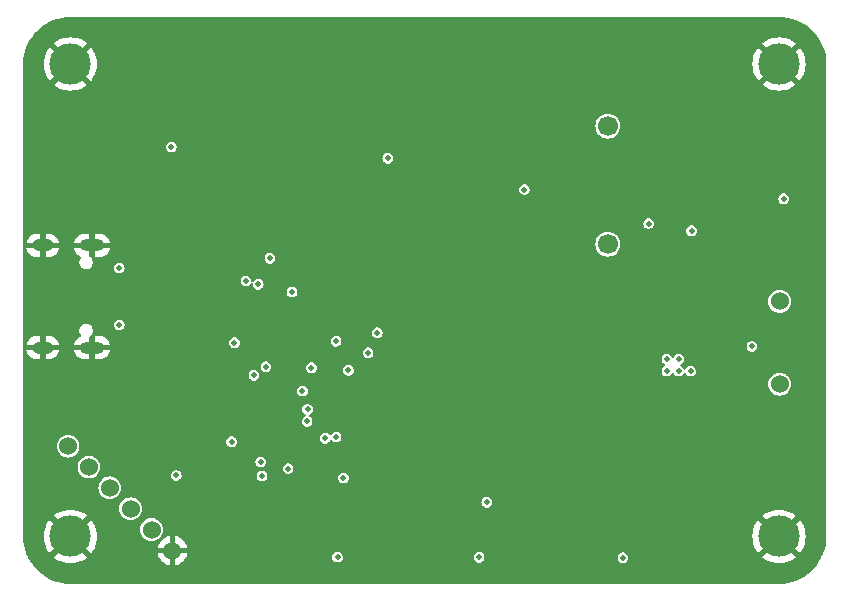
<source format=gbr>
%TF.GenerationSoftware,KiCad,Pcbnew,8.0.9-8.0.9-0~ubuntu24.04.1*%
%TF.CreationDate,2025-05-04T14:10:29+03:00*%
%TF.ProjectId,vario_kicad,76617269-6f5f-46b6-9963-61642e6b6963,rev?*%
%TF.SameCoordinates,Original*%
%TF.FileFunction,Copper,L2,Inr*%
%TF.FilePolarity,Positive*%
%FSLAX46Y46*%
G04 Gerber Fmt 4.6, Leading zero omitted, Abs format (unit mm)*
G04 Created by KiCad (PCBNEW 8.0.9-8.0.9-0~ubuntu24.04.1) date 2025-05-04 14:10:29*
%MOMM*%
%LPD*%
G01*
G04 APERTURE LIST*
%TA.AperFunction,ComponentPad*%
%ADD10C,1.700000*%
%TD*%
%TA.AperFunction,ComponentPad*%
%ADD11C,3.500000*%
%TD*%
%TA.AperFunction,ComponentPad*%
%ADD12C,1.524000*%
%TD*%
%TA.AperFunction,HeatsinkPad*%
%ADD13O,2.100000X1.000000*%
%TD*%
%TA.AperFunction,HeatsinkPad*%
%ADD14O,1.800000X1.000000*%
%TD*%
%TA.AperFunction,ViaPad*%
%ADD15C,0.500000*%
%TD*%
G04 APERTURE END LIST*
D10*
%TO.N,Net-(U1-VoP)*%
%TO.C,LS1*%
X150500000Y-120250000D03*
%TO.N,Net-(U1-VoN)*%
X150500000Y-110250000D03*
%TD*%
D11*
%TO.N,GND*%
%TO.C,H3*%
X165000000Y-105000000D03*
%TD*%
%TO.N,GND*%
%TO.C,H4*%
X165000000Y-145000000D03*
%TD*%
%TO.N,GND*%
%TO.C,H2*%
X105000000Y-145000000D03*
%TD*%
D12*
%TO.N,VCC*%
%TO.C,J2*%
X104800000Y-137350000D03*
%TO.N,/mcu/SWDIO*%
X106567767Y-139117767D03*
%TO.N,/mcu/SWCLK*%
X108335534Y-140885534D03*
%TO.N,/mcu/NRST*%
X110103301Y-142653301D03*
%TO.N,/mcu/BOOT0*%
X111871068Y-144421068D03*
%TO.N,GND*%
X113638835Y-146188835D03*
%TD*%
D13*
%TO.N,GND*%
%TO.C,U4*%
X106830000Y-120360000D03*
D14*
X102650000Y-120360000D03*
D13*
X106830000Y-129000000D03*
D14*
X102650000Y-129000000D03*
%TD*%
D11*
%TO.N,GND*%
%TO.C,H1*%
X105000000Y-105000000D03*
%TD*%
D12*
%TO.N,VBATT*%
%TO.C,BT2*%
X165050000Y-125100000D03*
%TO.N,Net-(BT2--)*%
X165050000Y-132100000D03*
%TD*%
D15*
%TO.N,VBATT*%
X162700000Y-128910000D03*
%TO.N,GND*%
X165000000Y-138500000D03*
X129950000Y-139240000D03*
X107990000Y-117230000D03*
X122750000Y-118030000D03*
X133560000Y-128570000D03*
X153280000Y-117260000D03*
X118360000Y-102880000D03*
X124410000Y-123510000D03*
X107070000Y-112330000D03*
X115610000Y-140810000D03*
X141600000Y-146790000D03*
X166000000Y-139500000D03*
X163050000Y-138200000D03*
X129200000Y-146490000D03*
X115720000Y-135540000D03*
X120740000Y-125300000D03*
X139090000Y-113970000D03*
X125460000Y-131930000D03*
X134660000Y-132010000D03*
X166000000Y-140500000D03*
X142860000Y-119300000D03*
X164000000Y-140500000D03*
X165000000Y-140500000D03*
X142510000Y-115080000D03*
X152010000Y-129400000D03*
X120250000Y-135160000D03*
X128400000Y-102870000D03*
X159220000Y-120570000D03*
X155660000Y-126900000D03*
X155540000Y-143700000D03*
X123510000Y-102870000D03*
X124800000Y-140280000D03*
X164000000Y-139500000D03*
X159460000Y-131000000D03*
X144940000Y-139890000D03*
X129940000Y-108200000D03*
X122640000Y-120940000D03*
X128330000Y-125570000D03*
X164000000Y-138500000D03*
X166000000Y-138490000D03*
X131900000Y-136790000D03*
X161510000Y-112450000D03*
X126450000Y-115100000D03*
X163410000Y-115370000D03*
X165000000Y-139500000D03*
%TO.N,VCC*%
X131870000Y-112980000D03*
X156500000Y-131000000D03*
X125400000Y-130720000D03*
X157500000Y-131000000D03*
X155500000Y-130000000D03*
X118890000Y-128600000D03*
X139600000Y-146760000D03*
X118640000Y-136970000D03*
X113540000Y-112010000D03*
X127490000Y-136580000D03*
X127620000Y-146740000D03*
X151780000Y-146790000D03*
X126570000Y-136680000D03*
X156500000Y-130000000D03*
X155500000Y-131000000D03*
%TO.N,VBATT_SW*%
X153960000Y-118510000D03*
%TO.N,V_USB*%
X109130000Y-127080000D03*
X109130000Y-122280000D03*
X157590000Y-119110000D03*
%TO.N,/mcu/WKUP1*%
X140250000Y-142100000D03*
X128540000Y-130920000D03*
%TO.N,/mcu/NRST*%
X113960000Y-139830000D03*
X124640000Y-132690000D03*
%TO.N,/mcu/OSC32_IN*%
X125040000Y-135260000D03*
%TO.N,/mcu/OSC32_OUT*%
X125080000Y-134240000D03*
%TO.N,Net-(D5-K)*%
X165390000Y-116410000D03*
%TO.N,/mcu/VBATT_SW_EN*%
X121120000Y-138690000D03*
X128110000Y-140040000D03*
%TO.N,/mcu/MEM_CS_ALT*%
X120900000Y-123640000D03*
X121550000Y-130620000D03*
%TO.N,/mcu/SPI1_NSS*%
X119860000Y-123360000D03*
X120540000Y-131350000D03*
%TO.N,/mcu/SPI1_MISO*%
X121890000Y-121440000D03*
X123760000Y-124290000D03*
%TO.N,/audio_amp/AUDIO_AMP_ENABLE*%
X130970000Y-127750000D03*
%TO.N,Net-(U1-INP)*%
X143430000Y-115630000D03*
%TO.N,/mcu/ADC_IN3*%
X127490000Y-128470000D03*
X130200000Y-129440000D03*
%TO.N,/mcu/BOOT0*%
X123430000Y-139250000D03*
X121220000Y-139880000D03*
%TD*%
%TA.AperFunction,Conductor*%
%TO.N,GND*%
G36*
X165002292Y-101000605D02*
G01*
X165364452Y-101017349D01*
X165373547Y-101018191D01*
X165730389Y-101067969D01*
X165739358Y-101069646D01*
X166090055Y-101152129D01*
X166098850Y-101154631D01*
X166440442Y-101269121D01*
X166448969Y-101272424D01*
X166778557Y-101417951D01*
X166786714Y-101422012D01*
X167101493Y-101597344D01*
X167109214Y-101602125D01*
X167406470Y-101805749D01*
X167413757Y-101811253D01*
X167690920Y-102041406D01*
X167697678Y-102047566D01*
X167952433Y-102302321D01*
X167958593Y-102309079D01*
X168188746Y-102586242D01*
X168194252Y-102593533D01*
X168397870Y-102890779D01*
X168402658Y-102898512D01*
X168577982Y-103213277D01*
X168582051Y-103221448D01*
X168727575Y-103551030D01*
X168730878Y-103559557D01*
X168845368Y-103901149D01*
X168847870Y-103909944D01*
X168930351Y-104260631D01*
X168932032Y-104269620D01*
X168981807Y-104626447D01*
X168982650Y-104635552D01*
X168999394Y-104997707D01*
X168999500Y-105002279D01*
X168999500Y-144997720D01*
X168999394Y-145002292D01*
X168982650Y-145364447D01*
X168981807Y-145373552D01*
X168932032Y-145730379D01*
X168930351Y-145739368D01*
X168847870Y-146090055D01*
X168845368Y-146098850D01*
X168730878Y-146440442D01*
X168727575Y-146448969D01*
X168582051Y-146778551D01*
X168577977Y-146786731D01*
X168402664Y-147101477D01*
X168397864Y-147109229D01*
X168328493Y-147210500D01*
X168194257Y-147406460D01*
X168188746Y-147413757D01*
X167958593Y-147690920D01*
X167952433Y-147697678D01*
X167697678Y-147952433D01*
X167690920Y-147958593D01*
X167413757Y-148188746D01*
X167406460Y-148194257D01*
X167109229Y-148397864D01*
X167101477Y-148402664D01*
X166786731Y-148577977D01*
X166778551Y-148582051D01*
X166448969Y-148727575D01*
X166440442Y-148730878D01*
X166098850Y-148845368D01*
X166090055Y-148847870D01*
X165739368Y-148930351D01*
X165730379Y-148932032D01*
X165373552Y-148981807D01*
X165364447Y-148982650D01*
X165002293Y-148999394D01*
X164997721Y-148999500D01*
X105002279Y-148999500D01*
X104997707Y-148999394D01*
X104635552Y-148982650D01*
X104626447Y-148981807D01*
X104269620Y-148932032D01*
X104260631Y-148930351D01*
X103909944Y-148847870D01*
X103901149Y-148845368D01*
X103559557Y-148730878D01*
X103551030Y-148727575D01*
X103221448Y-148582051D01*
X103213277Y-148577982D01*
X102898512Y-148402658D01*
X102890779Y-148397870D01*
X102593533Y-148194252D01*
X102586242Y-148188746D01*
X102309079Y-147958593D01*
X102302321Y-147952433D01*
X102047566Y-147697678D01*
X102041406Y-147690920D01*
X101811253Y-147413757D01*
X101805749Y-147406470D01*
X101602125Y-147109214D01*
X101597344Y-147101493D01*
X101422012Y-146786714D01*
X101417948Y-146778551D01*
X101409577Y-146759593D01*
X101272424Y-146448969D01*
X101269121Y-146440442D01*
X101154631Y-146098850D01*
X101152129Y-146090055D01*
X101069646Y-145739358D01*
X101067969Y-145730389D01*
X101018191Y-145373547D01*
X101017349Y-145364447D01*
X101016845Y-145353553D01*
X101000606Y-145002292D01*
X101000553Y-144999999D01*
X102745172Y-144999999D01*
X102745172Y-145000000D01*
X102764461Y-145294311D01*
X102822004Y-145583598D01*
X102916810Y-145862883D01*
X102916815Y-145862894D01*
X103047262Y-146127414D01*
X103211122Y-146372648D01*
X103211125Y-146372652D01*
X103240405Y-146406039D01*
X104063708Y-145582735D01*
X104160967Y-145716602D01*
X104283398Y-145839033D01*
X104417261Y-145936290D01*
X103593959Y-146759593D01*
X103627338Y-146788867D01*
X103627351Y-146788877D01*
X103872585Y-146952737D01*
X104137105Y-147083184D01*
X104137116Y-147083189D01*
X104416401Y-147177995D01*
X104705688Y-147235538D01*
X104999999Y-147254828D01*
X105000001Y-147254828D01*
X105294311Y-147235538D01*
X105583598Y-147177995D01*
X105862883Y-147083189D01*
X105862894Y-147083184D01*
X106127413Y-146952738D01*
X106372649Y-146788877D01*
X106406039Y-146759593D01*
X105582736Y-145936290D01*
X105716602Y-145839033D01*
X105839033Y-145716602D01*
X105936290Y-145582736D01*
X106759593Y-146406039D01*
X106788877Y-146372649D01*
X106952738Y-146127413D01*
X107045734Y-145938835D01*
X112399304Y-145938835D01*
X113350019Y-145938835D01*
X113333959Y-145954895D01*
X113283799Y-146041774D01*
X113257835Y-146138675D01*
X113257835Y-146238995D01*
X113283799Y-146335896D01*
X113333959Y-146422775D01*
X113350019Y-146438835D01*
X112399304Y-146438835D01*
X112448413Y-146622112D01*
X112541735Y-146822244D01*
X112668390Y-147003127D01*
X112824542Y-147159279D01*
X113005425Y-147285934D01*
X113205557Y-147379256D01*
X113388835Y-147428366D01*
X113388835Y-146477651D01*
X113404895Y-146493711D01*
X113491774Y-146543871D01*
X113588675Y-146569835D01*
X113688995Y-146569835D01*
X113785896Y-146543871D01*
X113872775Y-146493711D01*
X113888835Y-146477651D01*
X113888835Y-147428365D01*
X114072112Y-147379256D01*
X114272244Y-147285934D01*
X114453127Y-147159279D01*
X114609279Y-147003127D01*
X114735934Y-146822244D01*
X114774286Y-146739997D01*
X127164867Y-146739997D01*
X127164867Y-146740002D01*
X127183302Y-146868225D01*
X127221898Y-146952737D01*
X127237118Y-146986063D01*
X127254448Y-147006063D01*
X127321952Y-147083968D01*
X127399754Y-147133968D01*
X127430931Y-147154004D01*
X127555228Y-147190500D01*
X127555230Y-147190500D01*
X127684770Y-147190500D01*
X127684772Y-147190500D01*
X127809069Y-147154004D01*
X127918049Y-147083967D01*
X128002882Y-146986063D01*
X128056697Y-146868226D01*
X128072257Y-146760002D01*
X128072258Y-146759997D01*
X139144867Y-146759997D01*
X139144867Y-146760002D01*
X139163302Y-146888225D01*
X139192765Y-146952738D01*
X139217118Y-147006063D01*
X139243113Y-147036063D01*
X139301952Y-147103968D01*
X139379810Y-147154004D01*
X139410931Y-147174004D01*
X139535228Y-147210500D01*
X139535230Y-147210500D01*
X139664770Y-147210500D01*
X139664772Y-147210500D01*
X139789069Y-147174004D01*
X139898049Y-147103967D01*
X139982882Y-147006063D01*
X140036697Y-146888226D01*
X140046184Y-146822244D01*
X140050820Y-146789997D01*
X151324867Y-146789997D01*
X151324867Y-146790002D01*
X151343302Y-146918225D01*
X151374283Y-146986063D01*
X151397118Y-147036063D01*
X151460524Y-147109238D01*
X151481952Y-147133968D01*
X151569918Y-147190500D01*
X151590931Y-147204004D01*
X151715228Y-147240500D01*
X151715230Y-147240500D01*
X151844770Y-147240500D01*
X151844772Y-147240500D01*
X151969069Y-147204004D01*
X152078049Y-147133967D01*
X152162882Y-147036063D01*
X152216697Y-146918226D01*
X152235133Y-146790000D01*
X152234970Y-146788867D01*
X152216697Y-146661774D01*
X152162882Y-146543938D01*
X152162882Y-146543937D01*
X152078049Y-146446033D01*
X152078048Y-146446032D01*
X152078047Y-146446031D01*
X151969073Y-146375998D01*
X151969070Y-146375996D01*
X151969069Y-146375996D01*
X151969066Y-146375995D01*
X151844774Y-146339500D01*
X151844772Y-146339500D01*
X151715228Y-146339500D01*
X151715225Y-146339500D01*
X151590933Y-146375995D01*
X151590926Y-146375998D01*
X151481952Y-146446031D01*
X151397117Y-146543938D01*
X151343302Y-146661774D01*
X151324867Y-146789997D01*
X140050820Y-146789997D01*
X140055133Y-146760002D01*
X140055133Y-146759997D01*
X140036697Y-146631774D01*
X139996583Y-146543938D01*
X139982882Y-146513937D01*
X139898049Y-146416033D01*
X139898048Y-146416032D01*
X139898047Y-146416031D01*
X139789073Y-146345998D01*
X139789070Y-146345996D01*
X139789069Y-146345996D01*
X139789066Y-146345995D01*
X139664774Y-146309500D01*
X139664772Y-146309500D01*
X139535228Y-146309500D01*
X139535225Y-146309500D01*
X139410933Y-146345995D01*
X139410926Y-146345998D01*
X139301952Y-146416031D01*
X139217117Y-146513938D01*
X139163302Y-146631774D01*
X139144867Y-146759997D01*
X128072258Y-146759997D01*
X128075133Y-146740002D01*
X128075133Y-146739997D01*
X128056697Y-146611774D01*
X128025717Y-146543938D01*
X128002882Y-146493937D01*
X127918049Y-146396033D01*
X127918048Y-146396032D01*
X127918047Y-146396031D01*
X127809073Y-146325998D01*
X127809070Y-146325996D01*
X127809069Y-146325996D01*
X127809066Y-146325995D01*
X127684774Y-146289500D01*
X127684772Y-146289500D01*
X127555228Y-146289500D01*
X127555225Y-146289500D01*
X127430933Y-146325995D01*
X127430926Y-146325998D01*
X127321952Y-146396031D01*
X127237117Y-146493938D01*
X127183302Y-146611774D01*
X127164867Y-146739997D01*
X114774286Y-146739997D01*
X114829256Y-146622112D01*
X114878366Y-146438835D01*
X113927651Y-146438835D01*
X113943711Y-146422775D01*
X113993871Y-146335896D01*
X114019835Y-146238995D01*
X114019835Y-146138675D01*
X113993871Y-146041774D01*
X113943711Y-145954895D01*
X113927651Y-145938835D01*
X114878366Y-145938835D01*
X114829256Y-145755558D01*
X114735934Y-145555426D01*
X114609279Y-145374542D01*
X114453127Y-145218390D01*
X114272244Y-145091735D01*
X114075514Y-144999999D01*
X162745172Y-144999999D01*
X162745172Y-145000000D01*
X162764461Y-145294311D01*
X162822004Y-145583598D01*
X162916810Y-145862883D01*
X162916815Y-145862894D01*
X163047262Y-146127414D01*
X163211122Y-146372648D01*
X163211125Y-146372652D01*
X163240405Y-146406039D01*
X164063708Y-145582735D01*
X164160967Y-145716602D01*
X164283398Y-145839033D01*
X164417261Y-145936290D01*
X163593959Y-146759593D01*
X163627338Y-146788867D01*
X163627351Y-146788877D01*
X163872585Y-146952737D01*
X164137105Y-147083184D01*
X164137116Y-147083189D01*
X164416401Y-147177995D01*
X164705688Y-147235538D01*
X164999999Y-147254828D01*
X165000001Y-147254828D01*
X165294311Y-147235538D01*
X165583598Y-147177995D01*
X165862883Y-147083189D01*
X165862894Y-147083184D01*
X166127413Y-146952738D01*
X166372649Y-146788877D01*
X166406039Y-146759593D01*
X165582736Y-145936290D01*
X165716602Y-145839033D01*
X165839033Y-145716602D01*
X165936290Y-145582736D01*
X166759593Y-146406039D01*
X166788877Y-146372649D01*
X166952738Y-146127413D01*
X167083184Y-145862894D01*
X167083189Y-145862883D01*
X167177995Y-145583598D01*
X167235538Y-145294311D01*
X167254828Y-145000000D01*
X167254828Y-144999999D01*
X167235538Y-144705688D01*
X167177995Y-144416401D01*
X167083189Y-144137116D01*
X167083184Y-144137105D01*
X166952737Y-143872585D01*
X166788877Y-143627351D01*
X166788867Y-143627338D01*
X166759593Y-143593959D01*
X165936290Y-144417261D01*
X165839033Y-144283398D01*
X165716602Y-144160967D01*
X165582735Y-144063708D01*
X166406039Y-143240405D01*
X166372652Y-143211125D01*
X166372648Y-143211122D01*
X166127414Y-143047262D01*
X165862894Y-142916815D01*
X165862883Y-142916810D01*
X165583598Y-142822004D01*
X165294311Y-142764461D01*
X165000001Y-142745172D01*
X164999999Y-142745172D01*
X164705688Y-142764461D01*
X164416401Y-142822004D01*
X164137116Y-142916810D01*
X164137105Y-142916815D01*
X163872585Y-143047262D01*
X163627349Y-143211123D01*
X163593959Y-143240405D01*
X164417263Y-144063709D01*
X164283398Y-144160967D01*
X164160967Y-144283398D01*
X164063709Y-144417263D01*
X163240405Y-143593959D01*
X163211123Y-143627349D01*
X163047262Y-143872585D01*
X162916815Y-144137105D01*
X162916810Y-144137116D01*
X162822004Y-144416401D01*
X162764461Y-144705688D01*
X162745172Y-144999999D01*
X114075514Y-144999999D01*
X114072113Y-144998413D01*
X113888835Y-144949303D01*
X113888835Y-145900019D01*
X113872775Y-145883959D01*
X113785896Y-145833799D01*
X113688995Y-145807835D01*
X113588675Y-145807835D01*
X113491774Y-145833799D01*
X113404895Y-145883959D01*
X113388835Y-145900019D01*
X113388835Y-144949303D01*
X113205558Y-144998412D01*
X113005426Y-145091735D01*
X112824542Y-145218390D01*
X112668390Y-145374542D01*
X112541735Y-145555426D01*
X112448413Y-145755558D01*
X112399304Y-145938835D01*
X107045734Y-145938835D01*
X107083184Y-145862894D01*
X107083189Y-145862883D01*
X107177995Y-145583598D01*
X107235538Y-145294311D01*
X107254828Y-145000000D01*
X107254828Y-144999999D01*
X107235538Y-144705688D01*
X107178923Y-144421064D01*
X110903911Y-144421064D01*
X110903911Y-144421071D01*
X110922493Y-144609746D01*
X110922494Y-144609751D01*
X110977531Y-144791183D01*
X110977533Y-144791188D01*
X111039591Y-144907290D01*
X111066906Y-144958392D01*
X111187185Y-145104951D01*
X111187189Y-145104954D01*
X111325409Y-145218390D01*
X111333744Y-145225230D01*
X111500953Y-145314605D01*
X111627348Y-145352945D01*
X111682384Y-145369641D01*
X111682389Y-145369642D01*
X111871065Y-145388225D01*
X111871068Y-145388225D01*
X111871071Y-145388225D01*
X112059746Y-145369642D01*
X112059751Y-145369641D01*
X112061775Y-145369027D01*
X112241183Y-145314605D01*
X112408392Y-145225230D01*
X112554951Y-145104951D01*
X112675230Y-144958392D01*
X112764605Y-144791183D01*
X112819641Y-144609751D01*
X112819642Y-144609746D01*
X112838225Y-144421071D01*
X112838225Y-144421064D01*
X112819642Y-144232389D01*
X112819641Y-144232384D01*
X112790742Y-144137116D01*
X112764605Y-144050953D01*
X112675230Y-143883744D01*
X112554951Y-143737185D01*
X112421117Y-143627349D01*
X112408396Y-143616909D01*
X112408394Y-143616908D01*
X112408392Y-143616906D01*
X112365461Y-143593959D01*
X112241188Y-143527533D01*
X112241183Y-143527531D01*
X112059751Y-143472494D01*
X112059746Y-143472493D01*
X111871071Y-143453911D01*
X111871065Y-143453911D01*
X111682389Y-143472493D01*
X111682384Y-143472494D01*
X111500952Y-143527531D01*
X111500947Y-143527533D01*
X111333749Y-143616903D01*
X111333739Y-143616909D01*
X111187189Y-143737181D01*
X111187181Y-143737189D01*
X111066909Y-143883739D01*
X111066903Y-143883749D01*
X110977533Y-144050947D01*
X110977531Y-144050952D01*
X110922494Y-144232384D01*
X110922493Y-144232389D01*
X110903911Y-144421064D01*
X107178923Y-144421064D01*
X107177995Y-144416401D01*
X107083189Y-144137116D01*
X107083184Y-144137105D01*
X106952737Y-143872585D01*
X106788877Y-143627351D01*
X106788867Y-143627338D01*
X106759593Y-143593959D01*
X105936290Y-144417261D01*
X105839033Y-144283398D01*
X105716602Y-144160967D01*
X105582735Y-144063708D01*
X106406039Y-143240405D01*
X106372652Y-143211125D01*
X106372648Y-143211122D01*
X106127414Y-143047262D01*
X105862894Y-142916815D01*
X105862883Y-142916810D01*
X105583598Y-142822004D01*
X105294311Y-142764461D01*
X105000001Y-142745172D01*
X104999999Y-142745172D01*
X104705688Y-142764461D01*
X104416401Y-142822004D01*
X104137116Y-142916810D01*
X104137105Y-142916815D01*
X103872585Y-143047262D01*
X103627349Y-143211123D01*
X103593959Y-143240405D01*
X104417263Y-144063709D01*
X104283398Y-144160967D01*
X104160967Y-144283398D01*
X104063709Y-144417263D01*
X103240405Y-143593959D01*
X103211123Y-143627349D01*
X103047262Y-143872585D01*
X102916815Y-144137105D01*
X102916810Y-144137116D01*
X102822004Y-144416401D01*
X102764461Y-144705688D01*
X102745172Y-144999999D01*
X101000553Y-144999999D01*
X101000500Y-144997720D01*
X101000500Y-142653297D01*
X109136144Y-142653297D01*
X109136144Y-142653304D01*
X109154726Y-142841979D01*
X109154727Y-142841984D01*
X109209764Y-143023416D01*
X109209766Y-143023421D01*
X109278098Y-143151260D01*
X109299139Y-143190625D01*
X109299141Y-143190627D01*
X109299142Y-143190629D01*
X109315961Y-143211123D01*
X109419418Y-143337184D01*
X109565977Y-143457463D01*
X109733186Y-143546838D01*
X109859581Y-143585178D01*
X109914617Y-143601874D01*
X109914622Y-143601875D01*
X110103298Y-143620458D01*
X110103301Y-143620458D01*
X110103304Y-143620458D01*
X110291979Y-143601875D01*
X110291984Y-143601874D01*
X110473416Y-143546838D01*
X110640625Y-143457463D01*
X110787184Y-143337184D01*
X110907463Y-143190625D01*
X110996838Y-143023416D01*
X111051874Y-142841984D01*
X111051875Y-142841979D01*
X111070458Y-142653304D01*
X111070458Y-142653297D01*
X111051875Y-142464622D01*
X111051874Y-142464617D01*
X111015911Y-142346063D01*
X110996838Y-142283186D01*
X110907463Y-142115977D01*
X110894348Y-142099997D01*
X139794867Y-142099997D01*
X139794867Y-142100002D01*
X139813302Y-142228225D01*
X139867117Y-142346061D01*
X139867118Y-142346063D01*
X139951951Y-142443967D01*
X139951952Y-142443968D01*
X140060926Y-142514001D01*
X140060931Y-142514004D01*
X140185228Y-142550500D01*
X140185230Y-142550500D01*
X140314770Y-142550500D01*
X140314772Y-142550500D01*
X140439069Y-142514004D01*
X140548049Y-142443967D01*
X140632882Y-142346063D01*
X140686697Y-142228226D01*
X140705133Y-142100000D01*
X140686697Y-141971774D01*
X140632882Y-141853937D01*
X140548049Y-141756033D01*
X140548048Y-141756032D01*
X140548047Y-141756031D01*
X140439073Y-141685998D01*
X140439070Y-141685996D01*
X140439069Y-141685996D01*
X140439066Y-141685995D01*
X140314774Y-141649500D01*
X140314772Y-141649500D01*
X140185228Y-141649500D01*
X140185225Y-141649500D01*
X140060933Y-141685995D01*
X140060926Y-141685998D01*
X139951952Y-141756031D01*
X139867117Y-141853938D01*
X139813302Y-141971774D01*
X139794867Y-142099997D01*
X110894348Y-142099997D01*
X110787184Y-141969418D01*
X110646473Y-141853938D01*
X110640629Y-141849142D01*
X110640627Y-141849141D01*
X110640625Y-141849139D01*
X110601260Y-141828098D01*
X110473421Y-141759766D01*
X110473416Y-141759764D01*
X110291984Y-141704727D01*
X110291979Y-141704726D01*
X110103304Y-141686144D01*
X110103298Y-141686144D01*
X109914622Y-141704726D01*
X109914617Y-141704727D01*
X109733185Y-141759764D01*
X109733180Y-141759766D01*
X109565982Y-141849136D01*
X109565972Y-141849142D01*
X109419422Y-141969414D01*
X109419414Y-141969422D01*
X109299142Y-142115972D01*
X109299136Y-142115982D01*
X109209766Y-142283180D01*
X109209764Y-142283185D01*
X109154727Y-142464617D01*
X109154726Y-142464622D01*
X109136144Y-142653297D01*
X101000500Y-142653297D01*
X101000500Y-140885530D01*
X107368377Y-140885530D01*
X107368377Y-140885537D01*
X107386959Y-141074212D01*
X107386960Y-141074217D01*
X107441997Y-141255649D01*
X107441999Y-141255654D01*
X107510331Y-141383493D01*
X107531372Y-141422858D01*
X107651651Y-141569417D01*
X107758953Y-141657478D01*
X107793701Y-141685996D01*
X107798210Y-141689696D01*
X107965419Y-141779071D01*
X108091814Y-141817411D01*
X108146850Y-141834107D01*
X108146855Y-141834108D01*
X108335531Y-141852691D01*
X108335534Y-141852691D01*
X108335537Y-141852691D01*
X108524212Y-141834108D01*
X108524217Y-141834107D01*
X108705649Y-141779071D01*
X108872858Y-141689696D01*
X109019417Y-141569417D01*
X109139696Y-141422858D01*
X109229071Y-141255649D01*
X109284107Y-141074217D01*
X109284108Y-141074212D01*
X109302691Y-140885537D01*
X109302691Y-140885530D01*
X109284108Y-140696855D01*
X109284107Y-140696850D01*
X109267411Y-140641814D01*
X109229071Y-140515419D01*
X109139696Y-140348210D01*
X109019417Y-140201651D01*
X108872858Y-140081372D01*
X108795460Y-140040002D01*
X108705654Y-139991999D01*
X108705649Y-139991997D01*
X108524217Y-139936960D01*
X108524212Y-139936959D01*
X108335537Y-139918377D01*
X108335531Y-139918377D01*
X108146855Y-139936959D01*
X108146850Y-139936960D01*
X107965418Y-139991997D01*
X107965413Y-139991999D01*
X107798215Y-140081369D01*
X107798205Y-140081375D01*
X107651655Y-140201647D01*
X107651647Y-140201655D01*
X107531375Y-140348205D01*
X107531369Y-140348215D01*
X107441999Y-140515413D01*
X107441997Y-140515418D01*
X107386960Y-140696850D01*
X107386959Y-140696855D01*
X107368377Y-140885530D01*
X101000500Y-140885530D01*
X101000500Y-139117763D01*
X105600610Y-139117763D01*
X105600610Y-139117770D01*
X105619192Y-139306445D01*
X105619193Y-139306450D01*
X105674230Y-139487882D01*
X105674232Y-139487887D01*
X105730934Y-139593968D01*
X105763605Y-139655091D01*
X105763607Y-139655093D01*
X105763608Y-139655095D01*
X105801917Y-139701774D01*
X105883884Y-139801650D01*
X106030443Y-139921929D01*
X106158287Y-139990263D01*
X106191891Y-140008225D01*
X106197652Y-140011304D01*
X106324047Y-140049644D01*
X106379083Y-140066340D01*
X106379088Y-140066341D01*
X106567764Y-140084924D01*
X106567767Y-140084924D01*
X106567770Y-140084924D01*
X106756445Y-140066341D01*
X106756450Y-140066340D01*
X106937882Y-140011304D01*
X107105091Y-139921929D01*
X107217109Y-139829997D01*
X113504867Y-139829997D01*
X113504867Y-139830002D01*
X113523302Y-139958225D01*
X113572678Y-140066341D01*
X113577118Y-140076063D01*
X113661951Y-140173967D01*
X113661952Y-140173968D01*
X113739754Y-140223968D01*
X113770931Y-140244004D01*
X113895228Y-140280500D01*
X113895230Y-140280500D01*
X114024770Y-140280500D01*
X114024772Y-140280500D01*
X114149069Y-140244004D01*
X114258049Y-140173967D01*
X114342882Y-140076063D01*
X114396697Y-139958226D01*
X114407945Y-139879997D01*
X120764867Y-139879997D01*
X120764867Y-139880002D01*
X120783302Y-140008225D01*
X120816708Y-140081372D01*
X120837118Y-140126063D01*
X120902618Y-140201655D01*
X120921952Y-140223968D01*
X121030926Y-140294001D01*
X121030931Y-140294004D01*
X121155228Y-140330500D01*
X121155230Y-140330500D01*
X121284770Y-140330500D01*
X121284772Y-140330500D01*
X121409069Y-140294004D01*
X121518049Y-140223967D01*
X121602882Y-140126063D01*
X121642187Y-140039997D01*
X127654867Y-140039997D01*
X127654867Y-140040002D01*
X127673302Y-140168225D01*
X127707910Y-140244004D01*
X127727118Y-140286063D01*
X127811951Y-140383967D01*
X127811952Y-140383968D01*
X127920926Y-140454001D01*
X127920931Y-140454004D01*
X128045228Y-140490500D01*
X128045230Y-140490500D01*
X128174770Y-140490500D01*
X128174772Y-140490500D01*
X128299069Y-140454004D01*
X128408049Y-140383967D01*
X128492882Y-140286063D01*
X128546697Y-140168226D01*
X128565133Y-140040000D01*
X128560564Y-140008225D01*
X128546697Y-139911774D01*
X128532185Y-139879997D01*
X128492882Y-139793937D01*
X128408049Y-139696033D01*
X128408048Y-139696032D01*
X128408047Y-139696031D01*
X128299073Y-139625998D01*
X128299070Y-139625996D01*
X128299069Y-139625996D01*
X128299066Y-139625995D01*
X128174774Y-139589500D01*
X128174772Y-139589500D01*
X128045228Y-139589500D01*
X128045225Y-139589500D01*
X127920933Y-139625995D01*
X127920926Y-139625998D01*
X127811952Y-139696031D01*
X127727117Y-139793938D01*
X127673302Y-139911774D01*
X127654867Y-140039997D01*
X121642187Y-140039997D01*
X121656697Y-140008226D01*
X121666943Y-139936961D01*
X121675133Y-139880002D01*
X121675133Y-139879997D01*
X121656697Y-139751774D01*
X121633862Y-139701774D01*
X121602882Y-139633937D01*
X121518049Y-139536033D01*
X121518048Y-139536032D01*
X121518047Y-139536031D01*
X121409073Y-139465998D01*
X121409070Y-139465996D01*
X121409069Y-139465996D01*
X121409066Y-139465995D01*
X121284774Y-139429500D01*
X121284772Y-139429500D01*
X121155228Y-139429500D01*
X121155225Y-139429500D01*
X121030933Y-139465995D01*
X121030926Y-139465998D01*
X120921952Y-139536031D01*
X120837117Y-139633938D01*
X120783302Y-139751774D01*
X120764867Y-139879997D01*
X114407945Y-139879997D01*
X114415133Y-139830000D01*
X114411057Y-139801653D01*
X114396697Y-139701774D01*
X114375377Y-139655091D01*
X114342882Y-139583937D01*
X114258049Y-139486033D01*
X114258048Y-139486032D01*
X114258047Y-139486031D01*
X114149073Y-139415998D01*
X114149070Y-139415996D01*
X114149069Y-139415996D01*
X114149066Y-139415995D01*
X114024774Y-139379500D01*
X114024772Y-139379500D01*
X113895228Y-139379500D01*
X113895225Y-139379500D01*
X113770933Y-139415995D01*
X113770926Y-139415998D01*
X113661952Y-139486031D01*
X113577117Y-139583938D01*
X113523302Y-139701774D01*
X113504867Y-139829997D01*
X107217109Y-139829997D01*
X107251650Y-139801650D01*
X107371929Y-139655091D01*
X107461304Y-139487882D01*
X107516340Y-139306450D01*
X107516341Y-139306445D01*
X107521901Y-139249997D01*
X122974867Y-139249997D01*
X122974867Y-139250002D01*
X122993302Y-139378225D01*
X123042536Y-139486031D01*
X123047118Y-139496063D01*
X123131951Y-139593967D01*
X123131952Y-139593968D01*
X123227062Y-139655091D01*
X123240931Y-139664004D01*
X123365228Y-139700500D01*
X123365230Y-139700500D01*
X123494770Y-139700500D01*
X123494772Y-139700500D01*
X123619069Y-139664004D01*
X123728049Y-139593967D01*
X123812882Y-139496063D01*
X123866697Y-139378226D01*
X123877017Y-139306450D01*
X123885133Y-139250002D01*
X123885133Y-139249997D01*
X123866697Y-139121774D01*
X123812882Y-139003938D01*
X123812882Y-139003937D01*
X123728049Y-138906033D01*
X123728048Y-138906032D01*
X123728047Y-138906031D01*
X123619073Y-138835998D01*
X123619070Y-138835996D01*
X123619069Y-138835996D01*
X123619066Y-138835995D01*
X123494774Y-138799500D01*
X123494772Y-138799500D01*
X123365228Y-138799500D01*
X123365225Y-138799500D01*
X123240933Y-138835995D01*
X123240926Y-138835998D01*
X123131952Y-138906031D01*
X123047117Y-139003938D01*
X122993302Y-139121774D01*
X122974867Y-139249997D01*
X107521901Y-139249997D01*
X107534924Y-139117770D01*
X107534924Y-139117763D01*
X107516341Y-138929088D01*
X107516340Y-138929083D01*
X107482712Y-138818226D01*
X107461304Y-138747652D01*
X107430487Y-138689997D01*
X120664867Y-138689997D01*
X120664867Y-138690002D01*
X120683302Y-138818225D01*
X120737117Y-138936061D01*
X120737118Y-138936063D01*
X120795931Y-139003938D01*
X120821952Y-139033968D01*
X120930926Y-139104001D01*
X120930931Y-139104004D01*
X121055228Y-139140500D01*
X121055230Y-139140500D01*
X121184770Y-139140500D01*
X121184772Y-139140500D01*
X121309069Y-139104004D01*
X121418049Y-139033967D01*
X121502882Y-138936063D01*
X121556697Y-138818226D01*
X121575133Y-138690000D01*
X121559380Y-138580438D01*
X121556697Y-138561774D01*
X121502882Y-138443938D01*
X121502882Y-138443937D01*
X121418049Y-138346033D01*
X121418048Y-138346032D01*
X121418047Y-138346031D01*
X121309073Y-138275998D01*
X121309070Y-138275996D01*
X121309069Y-138275996D01*
X121309066Y-138275995D01*
X121184774Y-138239500D01*
X121184772Y-138239500D01*
X121055228Y-138239500D01*
X121055225Y-138239500D01*
X120930933Y-138275995D01*
X120930926Y-138275998D01*
X120821952Y-138346031D01*
X120737117Y-138443938D01*
X120683302Y-138561774D01*
X120664867Y-138689997D01*
X107430487Y-138689997D01*
X107371929Y-138580443D01*
X107251650Y-138433884D01*
X107105091Y-138313605D01*
X107034733Y-138275998D01*
X106937887Y-138224232D01*
X106937882Y-138224230D01*
X106756450Y-138169193D01*
X106756445Y-138169192D01*
X106567770Y-138150610D01*
X106567764Y-138150610D01*
X106379088Y-138169192D01*
X106379083Y-138169193D01*
X106197651Y-138224230D01*
X106197646Y-138224232D01*
X106030448Y-138313602D01*
X106030438Y-138313608D01*
X105883888Y-138433880D01*
X105883880Y-138433888D01*
X105763608Y-138580438D01*
X105763602Y-138580448D01*
X105674232Y-138747646D01*
X105674230Y-138747651D01*
X105619193Y-138929083D01*
X105619192Y-138929088D01*
X105600610Y-139117763D01*
X101000500Y-139117763D01*
X101000500Y-137349996D01*
X103832843Y-137349996D01*
X103832843Y-137350003D01*
X103851425Y-137538678D01*
X103851426Y-137538683D01*
X103906463Y-137720115D01*
X103906465Y-137720120D01*
X103974797Y-137847959D01*
X103995838Y-137887324D01*
X104116117Y-138033883D01*
X104262676Y-138154162D01*
X104429885Y-138243537D01*
X104536890Y-138275996D01*
X104611316Y-138298573D01*
X104611321Y-138298574D01*
X104799997Y-138317157D01*
X104800000Y-138317157D01*
X104800003Y-138317157D01*
X104988678Y-138298574D01*
X104988683Y-138298573D01*
X105170115Y-138243537D01*
X105337324Y-138154162D01*
X105483883Y-138033883D01*
X105604162Y-137887324D01*
X105693537Y-137720115D01*
X105748573Y-137538683D01*
X105748574Y-137538678D01*
X105767157Y-137350003D01*
X105767157Y-137349996D01*
X105748574Y-137161321D01*
X105748573Y-137161316D01*
X105729435Y-137098226D01*
X105693537Y-136979885D01*
X105688254Y-136970002D01*
X105688251Y-136969997D01*
X118184867Y-136969997D01*
X118184867Y-136970002D01*
X118203302Y-137098225D01*
X118232116Y-137161317D01*
X118257118Y-137216063D01*
X118341951Y-137313967D01*
X118341952Y-137313968D01*
X118398024Y-137350003D01*
X118450931Y-137384004D01*
X118575228Y-137420500D01*
X118575230Y-137420500D01*
X118704770Y-137420500D01*
X118704772Y-137420500D01*
X118829069Y-137384004D01*
X118938049Y-137313967D01*
X119022882Y-137216063D01*
X119076697Y-137098226D01*
X119082842Y-137055484D01*
X119095133Y-136970002D01*
X119095133Y-136969997D01*
X119076697Y-136841774D01*
X119069521Y-136826061D01*
X119022882Y-136723937D01*
X118984808Y-136679997D01*
X126114867Y-136679997D01*
X126114867Y-136680002D01*
X126133302Y-136808225D01*
X126147385Y-136839062D01*
X126187118Y-136926063D01*
X126271951Y-137023967D01*
X126271952Y-137023968D01*
X126380926Y-137094001D01*
X126380931Y-137094004D01*
X126505228Y-137130500D01*
X126505230Y-137130500D01*
X126634770Y-137130500D01*
X126634772Y-137130500D01*
X126759069Y-137094004D01*
X126868049Y-137023967D01*
X126952882Y-136926063D01*
X126972028Y-136884138D01*
X127013399Y-136839062D01*
X127073365Y-136826910D01*
X127129022Y-136852327D01*
X127136901Y-136860435D01*
X127191951Y-136923967D01*
X127300931Y-136994004D01*
X127425228Y-137030500D01*
X127425230Y-137030500D01*
X127554770Y-137030500D01*
X127554772Y-137030500D01*
X127679069Y-136994004D01*
X127788049Y-136923967D01*
X127872882Y-136826063D01*
X127926697Y-136708226D01*
X127932842Y-136665484D01*
X127945133Y-136580002D01*
X127945133Y-136579997D01*
X127926697Y-136451774D01*
X127903704Y-136401427D01*
X127872882Y-136333937D01*
X127788049Y-136236033D01*
X127788048Y-136236032D01*
X127788047Y-136236031D01*
X127679073Y-136165998D01*
X127679070Y-136165996D01*
X127679069Y-136165996D01*
X127679066Y-136165995D01*
X127554774Y-136129500D01*
X127554772Y-136129500D01*
X127425228Y-136129500D01*
X127425225Y-136129500D01*
X127300933Y-136165995D01*
X127300926Y-136165998D01*
X127191952Y-136236031D01*
X127107116Y-136333938D01*
X127087971Y-136375861D01*
X127046598Y-136420939D01*
X126986631Y-136433089D01*
X126930976Y-136407670D01*
X126923098Y-136399564D01*
X126868049Y-136336033D01*
X126868048Y-136336032D01*
X126759073Y-136265998D01*
X126759070Y-136265996D01*
X126759069Y-136265996D01*
X126759066Y-136265995D01*
X126634774Y-136229500D01*
X126634772Y-136229500D01*
X126505228Y-136229500D01*
X126505225Y-136229500D01*
X126380933Y-136265995D01*
X126380926Y-136265998D01*
X126271952Y-136336031D01*
X126187117Y-136433938D01*
X126133302Y-136551774D01*
X126114867Y-136679997D01*
X118984808Y-136679997D01*
X118938049Y-136626033D01*
X118938048Y-136626032D01*
X118938047Y-136626031D01*
X118829073Y-136555998D01*
X118829070Y-136555996D01*
X118829069Y-136555996D01*
X118814690Y-136551774D01*
X118704774Y-136519500D01*
X118704772Y-136519500D01*
X118575228Y-136519500D01*
X118575225Y-136519500D01*
X118450933Y-136555995D01*
X118450926Y-136555998D01*
X118341952Y-136626031D01*
X118257117Y-136723938D01*
X118203302Y-136841774D01*
X118184867Y-136969997D01*
X105688251Y-136969997D01*
X105672496Y-136940520D01*
X105604162Y-136812676D01*
X105483883Y-136666117D01*
X105378950Y-136580000D01*
X105337328Y-136545841D01*
X105337326Y-136545840D01*
X105337324Y-136545838D01*
X105288049Y-136519500D01*
X105170120Y-136456465D01*
X105170115Y-136456463D01*
X104988683Y-136401426D01*
X104988678Y-136401425D01*
X104800003Y-136382843D01*
X104799997Y-136382843D01*
X104611321Y-136401425D01*
X104611316Y-136401426D01*
X104429884Y-136456463D01*
X104429879Y-136456465D01*
X104262681Y-136545835D01*
X104262671Y-136545841D01*
X104116121Y-136666113D01*
X104116113Y-136666121D01*
X103995841Y-136812671D01*
X103995835Y-136812681D01*
X103906465Y-136979879D01*
X103906463Y-136979884D01*
X103851426Y-137161316D01*
X103851425Y-137161321D01*
X103832843Y-137349996D01*
X101000500Y-137349996D01*
X101000500Y-135259997D01*
X124584867Y-135259997D01*
X124584867Y-135260002D01*
X124603302Y-135388225D01*
X124657117Y-135506061D01*
X124657118Y-135506063D01*
X124741951Y-135603967D01*
X124741952Y-135603968D01*
X124850926Y-135674001D01*
X124850931Y-135674004D01*
X124975228Y-135710500D01*
X124975230Y-135710500D01*
X125104770Y-135710500D01*
X125104772Y-135710500D01*
X125229069Y-135674004D01*
X125338049Y-135603967D01*
X125422882Y-135506063D01*
X125476697Y-135388226D01*
X125495133Y-135260000D01*
X125476697Y-135131774D01*
X125422882Y-135013937D01*
X125338049Y-134916033D01*
X125338048Y-134916032D01*
X125338047Y-134916031D01*
X125223113Y-134842168D01*
X125224000Y-134840787D01*
X125185201Y-134805171D01*
X125173054Y-134745204D01*
X125198475Y-134689549D01*
X125243517Y-134661506D01*
X125269069Y-134654004D01*
X125378049Y-134583967D01*
X125462882Y-134486063D01*
X125516697Y-134368226D01*
X125535133Y-134240000D01*
X125516697Y-134111774D01*
X125462882Y-133993937D01*
X125378049Y-133896033D01*
X125378048Y-133896032D01*
X125378047Y-133896031D01*
X125269073Y-133825998D01*
X125269070Y-133825996D01*
X125269069Y-133825996D01*
X125269066Y-133825995D01*
X125144774Y-133789500D01*
X125144772Y-133789500D01*
X125015228Y-133789500D01*
X125015225Y-133789500D01*
X124890933Y-133825995D01*
X124890926Y-133825998D01*
X124781952Y-133896031D01*
X124697117Y-133993938D01*
X124643302Y-134111774D01*
X124624867Y-134239997D01*
X124624867Y-134240002D01*
X124643302Y-134368225D01*
X124697117Y-134486061D01*
X124697118Y-134486063D01*
X124781951Y-134583967D01*
X124781952Y-134583968D01*
X124896887Y-134657832D01*
X124895998Y-134659214D01*
X124934794Y-134694820D01*
X124946946Y-134754787D01*
X124921529Y-134810443D01*
X124876484Y-134838492D01*
X124850936Y-134845993D01*
X124850926Y-134845998D01*
X124741952Y-134916031D01*
X124657117Y-135013938D01*
X124603302Y-135131774D01*
X124584867Y-135259997D01*
X101000500Y-135259997D01*
X101000500Y-132689997D01*
X124184867Y-132689997D01*
X124184867Y-132690002D01*
X124203302Y-132818225D01*
X124242547Y-132904158D01*
X124257118Y-132936063D01*
X124306918Y-132993536D01*
X124341952Y-133033968D01*
X124450926Y-133104001D01*
X124450931Y-133104004D01*
X124575228Y-133140500D01*
X124575230Y-133140500D01*
X124704770Y-133140500D01*
X124704772Y-133140500D01*
X124829069Y-133104004D01*
X124938049Y-133033967D01*
X125022882Y-132936063D01*
X125076697Y-132818226D01*
X125095133Y-132690000D01*
X125087559Y-132637324D01*
X125076697Y-132561774D01*
X125022882Y-132443937D01*
X124938049Y-132346033D01*
X124938048Y-132346032D01*
X124938047Y-132346031D01*
X124829073Y-132275998D01*
X124829070Y-132275996D01*
X124829069Y-132275996D01*
X124829066Y-132275995D01*
X124704774Y-132239500D01*
X124704772Y-132239500D01*
X124575228Y-132239500D01*
X124575225Y-132239500D01*
X124450933Y-132275995D01*
X124450926Y-132275998D01*
X124341952Y-132346031D01*
X124257117Y-132443938D01*
X124203302Y-132561774D01*
X124184867Y-132689997D01*
X101000500Y-132689997D01*
X101000500Y-132099996D01*
X164082843Y-132099996D01*
X164082843Y-132100003D01*
X164101425Y-132288678D01*
X164101426Y-132288683D01*
X164156463Y-132470115D01*
X164156465Y-132470120D01*
X164205456Y-132561774D01*
X164245838Y-132637324D01*
X164366117Y-132783883D01*
X164512676Y-132904162D01*
X164679885Y-132993537D01*
X164806280Y-133031877D01*
X164861316Y-133048573D01*
X164861321Y-133048574D01*
X165049997Y-133067157D01*
X165050000Y-133067157D01*
X165050003Y-133067157D01*
X165238678Y-133048574D01*
X165238683Y-133048573D01*
X165420115Y-132993537D01*
X165587324Y-132904162D01*
X165733883Y-132783883D01*
X165854162Y-132637324D01*
X165943537Y-132470115D01*
X165998573Y-132288683D01*
X165998574Y-132288678D01*
X166017157Y-132100003D01*
X166017157Y-132099996D01*
X165998574Y-131911321D01*
X165998573Y-131911316D01*
X165981877Y-131856280D01*
X165943537Y-131729885D01*
X165854162Y-131562676D01*
X165733883Y-131416117D01*
X165678298Y-131370499D01*
X165587328Y-131295841D01*
X165587326Y-131295840D01*
X165587324Y-131295838D01*
X165547959Y-131274797D01*
X165420120Y-131206465D01*
X165420115Y-131206463D01*
X165238683Y-131151426D01*
X165238678Y-131151425D01*
X165050003Y-131132843D01*
X165049997Y-131132843D01*
X164861321Y-131151425D01*
X164861316Y-131151426D01*
X164679884Y-131206463D01*
X164679879Y-131206465D01*
X164512681Y-131295835D01*
X164512671Y-131295841D01*
X164366121Y-131416113D01*
X164366113Y-131416121D01*
X164245841Y-131562671D01*
X164245835Y-131562681D01*
X164156465Y-131729879D01*
X164156463Y-131729884D01*
X164101426Y-131911316D01*
X164101425Y-131911321D01*
X164082843Y-132099996D01*
X101000500Y-132099996D01*
X101000500Y-131349997D01*
X120084867Y-131349997D01*
X120084867Y-131350002D01*
X120103302Y-131478225D01*
X120141868Y-131562671D01*
X120157118Y-131596063D01*
X120241951Y-131693967D01*
X120241952Y-131693968D01*
X120350926Y-131764001D01*
X120350931Y-131764004D01*
X120475228Y-131800500D01*
X120475230Y-131800500D01*
X120604770Y-131800500D01*
X120604772Y-131800500D01*
X120729069Y-131764004D01*
X120838049Y-131693967D01*
X120922882Y-131596063D01*
X120976697Y-131478226D01*
X120985627Y-131416117D01*
X120995133Y-131350002D01*
X120995133Y-131349997D01*
X120976697Y-131221774D01*
X120922882Y-131103937D01*
X120838049Y-131006033D01*
X120838048Y-131006032D01*
X120838047Y-131006031D01*
X120729073Y-130935998D01*
X120729070Y-130935996D01*
X120729069Y-130935996D01*
X120729066Y-130935995D01*
X120604774Y-130899500D01*
X120604772Y-130899500D01*
X120475228Y-130899500D01*
X120475225Y-130899500D01*
X120350933Y-130935995D01*
X120350926Y-130935998D01*
X120241952Y-131006031D01*
X120157117Y-131103938D01*
X120103302Y-131221774D01*
X120084867Y-131349997D01*
X101000500Y-131349997D01*
X101000500Y-130619997D01*
X121094867Y-130619997D01*
X121094867Y-130620002D01*
X121113302Y-130748225D01*
X121158972Y-130848226D01*
X121167118Y-130866063D01*
X121227716Y-130935998D01*
X121251952Y-130963968D01*
X121317404Y-131006031D01*
X121360931Y-131034004D01*
X121485228Y-131070500D01*
X121485230Y-131070500D01*
X121614770Y-131070500D01*
X121614772Y-131070500D01*
X121739069Y-131034004D01*
X121848049Y-130963967D01*
X121932882Y-130866063D01*
X121986697Y-130748226D01*
X121990756Y-130719997D01*
X124944867Y-130719997D01*
X124944867Y-130720002D01*
X124963302Y-130848225D01*
X125016161Y-130963967D01*
X125017118Y-130966063D01*
X125088311Y-131048225D01*
X125101952Y-131063968D01*
X125209124Y-131132843D01*
X125210931Y-131134004D01*
X125335228Y-131170500D01*
X125335230Y-131170500D01*
X125464770Y-131170500D01*
X125464772Y-131170500D01*
X125589069Y-131134004D01*
X125698049Y-131063967D01*
X125782882Y-130966063D01*
X125803920Y-130919997D01*
X128084867Y-130919997D01*
X128084867Y-130920002D01*
X128103302Y-131048225D01*
X128142477Y-131134004D01*
X128157118Y-131166063D01*
X128241951Y-131263967D01*
X128241952Y-131263968D01*
X128291543Y-131295838D01*
X128350931Y-131334004D01*
X128475228Y-131370500D01*
X128475230Y-131370500D01*
X128604770Y-131370500D01*
X128604772Y-131370500D01*
X128729069Y-131334004D01*
X128838049Y-131263967D01*
X128922882Y-131166063D01*
X128976697Y-131048226D01*
X128988510Y-130966063D01*
X128995133Y-130920002D01*
X128995133Y-130919997D01*
X128976697Y-130791774D01*
X128956809Y-130748226D01*
X128922882Y-130673937D01*
X128838049Y-130576033D01*
X128838048Y-130576032D01*
X128838047Y-130576031D01*
X128729073Y-130505998D01*
X128729070Y-130505996D01*
X128729069Y-130505996D01*
X128729066Y-130505995D01*
X128604774Y-130469500D01*
X128604772Y-130469500D01*
X128475228Y-130469500D01*
X128475225Y-130469500D01*
X128350933Y-130505995D01*
X128350926Y-130505998D01*
X128241952Y-130576031D01*
X128157117Y-130673938D01*
X128103302Y-130791774D01*
X128084867Y-130919997D01*
X125803920Y-130919997D01*
X125836697Y-130848226D01*
X125844814Y-130791774D01*
X125855133Y-130720002D01*
X125855133Y-130719997D01*
X125836697Y-130591774D01*
X125811188Y-130535918D01*
X125782882Y-130473937D01*
X125698049Y-130376033D01*
X125698048Y-130376032D01*
X125698047Y-130376031D01*
X125589073Y-130305998D01*
X125589070Y-130305996D01*
X125589069Y-130305996D01*
X125589066Y-130305995D01*
X125464774Y-130269500D01*
X125464772Y-130269500D01*
X125335228Y-130269500D01*
X125335225Y-130269500D01*
X125210933Y-130305995D01*
X125210926Y-130305998D01*
X125101952Y-130376031D01*
X125017117Y-130473938D01*
X124963302Y-130591774D01*
X124944867Y-130719997D01*
X121990756Y-130719997D01*
X122005133Y-130620000D01*
X122000244Y-130585998D01*
X121986697Y-130491774D01*
X121974050Y-130464082D01*
X121932882Y-130373937D01*
X121848049Y-130276033D01*
X121848048Y-130276032D01*
X121848047Y-130276031D01*
X121739073Y-130205998D01*
X121739070Y-130205996D01*
X121739069Y-130205996D01*
X121739066Y-130205995D01*
X121614774Y-130169500D01*
X121614772Y-130169500D01*
X121485228Y-130169500D01*
X121485225Y-130169500D01*
X121360933Y-130205995D01*
X121360926Y-130205998D01*
X121251952Y-130276031D01*
X121167117Y-130373938D01*
X121113302Y-130491774D01*
X121094867Y-130619997D01*
X101000500Y-130619997D01*
X101000500Y-128750000D01*
X101280137Y-128750000D01*
X102083012Y-128750000D01*
X102065795Y-128759940D01*
X102009940Y-128815795D01*
X101970444Y-128884204D01*
X101950000Y-128960504D01*
X101950000Y-129039496D01*
X101970444Y-129115796D01*
X102009940Y-129184205D01*
X102065795Y-129240060D01*
X102083012Y-129250000D01*
X101280137Y-129250000D01*
X101288428Y-129291684D01*
X101288431Y-129291695D01*
X101363808Y-129473673D01*
X101363814Y-129473685D01*
X101473249Y-129637462D01*
X101473252Y-129637466D01*
X101612533Y-129776747D01*
X101612537Y-129776750D01*
X101776314Y-129886185D01*
X101776326Y-129886191D01*
X101958310Y-129961570D01*
X102151506Y-129999999D01*
X102151510Y-130000000D01*
X102399999Y-130000000D01*
X102400000Y-129999999D01*
X102400000Y-129300000D01*
X102900000Y-129300000D01*
X102900000Y-129999999D01*
X102900001Y-130000000D01*
X103148490Y-130000000D01*
X103148493Y-129999999D01*
X103341688Y-129961570D01*
X103341690Y-129961570D01*
X103523673Y-129886191D01*
X103523685Y-129886185D01*
X103687462Y-129776750D01*
X103687466Y-129776747D01*
X103826747Y-129637466D01*
X103826750Y-129637462D01*
X103936185Y-129473685D01*
X103936191Y-129473673D01*
X104011568Y-129291695D01*
X104011571Y-129291684D01*
X104019863Y-129250000D01*
X103216988Y-129250000D01*
X103234205Y-129240060D01*
X103290060Y-129184205D01*
X103329556Y-129115796D01*
X103350000Y-129039496D01*
X103350000Y-128960504D01*
X103329556Y-128884204D01*
X103290060Y-128815795D01*
X103234205Y-128759940D01*
X103216988Y-128750000D01*
X104019862Y-128750000D01*
X105310137Y-128750000D01*
X106113012Y-128750000D01*
X106095795Y-128759940D01*
X106039940Y-128815795D01*
X106000444Y-128884204D01*
X105980000Y-128960504D01*
X105980000Y-129039496D01*
X106000444Y-129115796D01*
X106039940Y-129184205D01*
X106095795Y-129240060D01*
X106113012Y-129250000D01*
X105310137Y-129250000D01*
X105318428Y-129291684D01*
X105318431Y-129291695D01*
X105393808Y-129473673D01*
X105393814Y-129473685D01*
X105503249Y-129637462D01*
X105503252Y-129637466D01*
X105642533Y-129776747D01*
X105642537Y-129776750D01*
X105806314Y-129886185D01*
X105806326Y-129886191D01*
X105988310Y-129961570D01*
X106181506Y-129999999D01*
X106181510Y-130000000D01*
X106579999Y-130000000D01*
X106580000Y-129999999D01*
X106580000Y-129300000D01*
X107080000Y-129300000D01*
X107080000Y-129999999D01*
X107080001Y-130000000D01*
X107478490Y-130000000D01*
X107478493Y-129999999D01*
X107478503Y-129999997D01*
X155044867Y-129999997D01*
X155044867Y-130000000D01*
X155063302Y-130128225D01*
X155117117Y-130246061D01*
X155117118Y-130246063D01*
X155201951Y-130343967D01*
X155201952Y-130343968D01*
X155315150Y-130416716D01*
X155353882Y-130464082D01*
X155357375Y-130525168D01*
X155324295Y-130576640D01*
X155315150Y-130583284D01*
X155201952Y-130656031D01*
X155117117Y-130753938D01*
X155063302Y-130871774D01*
X155044867Y-130999997D01*
X155044867Y-131000002D01*
X155063302Y-131128225D01*
X155082609Y-131170500D01*
X155117118Y-131246063D01*
X155193316Y-131334001D01*
X155201952Y-131343968D01*
X155243237Y-131370500D01*
X155310931Y-131414004D01*
X155435228Y-131450500D01*
X155435230Y-131450500D01*
X155564770Y-131450500D01*
X155564772Y-131450500D01*
X155689069Y-131414004D01*
X155798049Y-131343967D01*
X155882882Y-131246063D01*
X155909947Y-131186800D01*
X155951319Y-131141723D01*
X156011286Y-131129572D01*
X156066942Y-131154990D01*
X156090053Y-131186800D01*
X156117118Y-131246063D01*
X156193316Y-131334001D01*
X156201952Y-131343968D01*
X156243237Y-131370500D01*
X156310931Y-131414004D01*
X156435228Y-131450500D01*
X156435230Y-131450500D01*
X156564770Y-131450500D01*
X156564772Y-131450500D01*
X156689069Y-131414004D01*
X156798049Y-131343967D01*
X156882882Y-131246063D01*
X156909947Y-131186800D01*
X156951319Y-131141723D01*
X157011286Y-131129572D01*
X157066942Y-131154990D01*
X157090053Y-131186800D01*
X157117118Y-131246063D01*
X157193316Y-131334001D01*
X157201952Y-131343968D01*
X157243237Y-131370500D01*
X157310931Y-131414004D01*
X157435228Y-131450500D01*
X157435230Y-131450500D01*
X157564770Y-131450500D01*
X157564772Y-131450500D01*
X157689069Y-131414004D01*
X157798049Y-131343967D01*
X157882882Y-131246063D01*
X157936697Y-131128226D01*
X157950244Y-131034004D01*
X157955133Y-131000002D01*
X157955133Y-130999997D01*
X157936697Y-130871774D01*
X157909946Y-130813199D01*
X157882882Y-130753937D01*
X157798049Y-130656033D01*
X157798048Y-130656032D01*
X157798047Y-130656031D01*
X157689073Y-130585998D01*
X157689070Y-130585996D01*
X157689069Y-130585996D01*
X157657205Y-130576640D01*
X157564774Y-130549500D01*
X157564772Y-130549500D01*
X157435228Y-130549500D01*
X157435225Y-130549500D01*
X157310933Y-130585995D01*
X157310926Y-130585998D01*
X157201952Y-130656031D01*
X157117117Y-130753938D01*
X157090053Y-130813199D01*
X157048681Y-130858276D01*
X156988714Y-130870427D01*
X156933058Y-130845009D01*
X156909947Y-130813199D01*
X156882882Y-130753938D01*
X156882882Y-130753937D01*
X156798049Y-130656033D01*
X156798048Y-130656032D01*
X156798047Y-130656031D01*
X156684849Y-130583284D01*
X156646118Y-130535918D01*
X156642624Y-130474833D01*
X156675704Y-130423360D01*
X156684849Y-130416716D01*
X156751413Y-130373938D01*
X156798049Y-130343967D01*
X156882882Y-130246063D01*
X156936697Y-130128226D01*
X156955133Y-130000000D01*
X156936697Y-129871774D01*
X156882882Y-129753937D01*
X156798049Y-129656033D01*
X156798048Y-129656032D01*
X156798047Y-129656031D01*
X156689073Y-129585998D01*
X156689070Y-129585996D01*
X156689069Y-129585996D01*
X156689066Y-129585995D01*
X156564774Y-129549500D01*
X156564772Y-129549500D01*
X156435228Y-129549500D01*
X156435225Y-129549500D01*
X156310933Y-129585995D01*
X156310926Y-129585998D01*
X156201952Y-129656031D01*
X156117117Y-129753938D01*
X156090053Y-129813199D01*
X156048681Y-129858276D01*
X155988714Y-129870427D01*
X155933058Y-129845009D01*
X155909947Y-129813199D01*
X155882882Y-129753938D01*
X155882882Y-129753937D01*
X155798049Y-129656033D01*
X155798048Y-129656032D01*
X155798047Y-129656031D01*
X155689073Y-129585998D01*
X155689070Y-129585996D01*
X155689069Y-129585996D01*
X155689066Y-129585995D01*
X155564774Y-129549500D01*
X155564772Y-129549500D01*
X155435228Y-129549500D01*
X155435225Y-129549500D01*
X155310933Y-129585995D01*
X155310926Y-129585998D01*
X155201952Y-129656031D01*
X155117117Y-129753938D01*
X155063302Y-129871774D01*
X155044867Y-129999997D01*
X107478503Y-129999997D01*
X107671688Y-129961570D01*
X107671690Y-129961570D01*
X107853673Y-129886191D01*
X107853685Y-129886185D01*
X108017462Y-129776750D01*
X108017466Y-129776747D01*
X108156747Y-129637466D01*
X108156750Y-129637462D01*
X108266185Y-129473685D01*
X108266191Y-129473673D01*
X108280140Y-129439997D01*
X129744867Y-129439997D01*
X129744867Y-129440002D01*
X129763302Y-129568225D01*
X129817117Y-129686061D01*
X129817118Y-129686063D01*
X129875931Y-129753938D01*
X129901952Y-129783968D01*
X129947437Y-129813199D01*
X130010931Y-129854004D01*
X130135228Y-129890500D01*
X130135230Y-129890500D01*
X130264770Y-129890500D01*
X130264772Y-129890500D01*
X130389069Y-129854004D01*
X130498049Y-129783967D01*
X130582882Y-129686063D01*
X130636697Y-129568226D01*
X130655133Y-129440000D01*
X130636697Y-129311774D01*
X130582882Y-129193937D01*
X130498049Y-129096033D01*
X130498048Y-129096032D01*
X130498047Y-129096031D01*
X130389073Y-129025998D01*
X130389070Y-129025996D01*
X130389069Y-129025996D01*
X130389066Y-129025995D01*
X130264774Y-128989500D01*
X130264772Y-128989500D01*
X130135228Y-128989500D01*
X130135225Y-128989500D01*
X130010933Y-129025995D01*
X130010926Y-129025998D01*
X129901952Y-129096031D01*
X129817117Y-129193938D01*
X129763302Y-129311774D01*
X129744867Y-129439997D01*
X108280140Y-129439997D01*
X108341568Y-129291695D01*
X108341571Y-129291684D01*
X108349863Y-129250000D01*
X107546988Y-129250000D01*
X107564205Y-129240060D01*
X107620060Y-129184205D01*
X107659556Y-129115796D01*
X107680000Y-129039496D01*
X107680000Y-128960504D01*
X107659556Y-128884204D01*
X107620060Y-128815795D01*
X107564205Y-128759940D01*
X107546988Y-128750000D01*
X108349862Y-128750000D01*
X108341571Y-128708315D01*
X108341568Y-128708304D01*
X108296706Y-128599997D01*
X118434867Y-128599997D01*
X118434867Y-128600002D01*
X118453302Y-128728225D01*
X118493295Y-128815795D01*
X118507118Y-128846063D01*
X118562519Y-128910000D01*
X118591952Y-128943968D01*
X118617683Y-128960504D01*
X118700931Y-129014004D01*
X118825228Y-129050500D01*
X118825230Y-129050500D01*
X118954770Y-129050500D01*
X118954772Y-129050500D01*
X119079069Y-129014004D01*
X119188049Y-128943967D01*
X119272882Y-128846063D01*
X119326697Y-128728226D01*
X119345133Y-128600000D01*
X119340249Y-128566033D01*
X119326697Y-128471774D01*
X119325886Y-128469997D01*
X127034867Y-128469997D01*
X127034867Y-128470002D01*
X127053302Y-128598225D01*
X127107117Y-128716061D01*
X127107118Y-128716063D01*
X127164056Y-128781774D01*
X127191952Y-128813968D01*
X127194795Y-128815795D01*
X127300931Y-128884004D01*
X127425228Y-128920500D01*
X127425230Y-128920500D01*
X127554770Y-128920500D01*
X127554772Y-128920500D01*
X127590543Y-128909997D01*
X162244867Y-128909997D01*
X162244867Y-128910002D01*
X162263302Y-129038225D01*
X162268908Y-129050500D01*
X162317118Y-129156063D01*
X162401951Y-129253967D01*
X162401952Y-129253968D01*
X162510926Y-129324001D01*
X162510931Y-129324004D01*
X162635228Y-129360500D01*
X162635230Y-129360500D01*
X162764770Y-129360500D01*
X162764772Y-129360500D01*
X162889069Y-129324004D01*
X162998049Y-129253967D01*
X163082882Y-129156063D01*
X163136697Y-129038226D01*
X163150249Y-128943967D01*
X163155133Y-128910002D01*
X163155133Y-128909997D01*
X163136697Y-128781774D01*
X163112242Y-128728226D01*
X163082882Y-128663937D01*
X162998049Y-128566033D01*
X162998048Y-128566032D01*
X162998047Y-128566031D01*
X162889073Y-128495998D01*
X162889070Y-128495996D01*
X162889069Y-128495996D01*
X162889066Y-128495995D01*
X162764774Y-128459500D01*
X162764772Y-128459500D01*
X162635228Y-128459500D01*
X162635225Y-128459500D01*
X162510933Y-128495995D01*
X162510926Y-128495998D01*
X162401952Y-128566031D01*
X162317117Y-128663938D01*
X162263302Y-128781774D01*
X162244867Y-128909997D01*
X127590543Y-128909997D01*
X127679069Y-128884004D01*
X127788049Y-128813967D01*
X127872882Y-128716063D01*
X127926697Y-128598226D01*
X127941395Y-128495998D01*
X127945133Y-128470002D01*
X127945133Y-128469997D01*
X127926697Y-128341774D01*
X127872882Y-128223938D01*
X127872882Y-128223937D01*
X127788049Y-128126033D01*
X127788048Y-128126032D01*
X127788047Y-128126031D01*
X127679073Y-128055998D01*
X127679070Y-128055996D01*
X127679069Y-128055996D01*
X127657664Y-128049711D01*
X127554774Y-128019500D01*
X127554772Y-128019500D01*
X127425228Y-128019500D01*
X127425225Y-128019500D01*
X127300933Y-128055995D01*
X127300926Y-128055998D01*
X127191952Y-128126031D01*
X127107117Y-128223938D01*
X127053302Y-128341774D01*
X127034867Y-128469997D01*
X119325886Y-128469997D01*
X119321092Y-128459500D01*
X119272882Y-128353937D01*
X119188049Y-128256033D01*
X119188048Y-128256032D01*
X119188047Y-128256031D01*
X119079073Y-128185998D01*
X119079070Y-128185996D01*
X119079069Y-128185996D01*
X119079066Y-128185995D01*
X118954774Y-128149500D01*
X118954772Y-128149500D01*
X118825228Y-128149500D01*
X118825225Y-128149500D01*
X118700933Y-128185995D01*
X118700926Y-128185998D01*
X118591952Y-128256031D01*
X118507117Y-128353938D01*
X118453302Y-128471774D01*
X118434867Y-128599997D01*
X108296706Y-128599997D01*
X108266191Y-128526326D01*
X108266185Y-128526314D01*
X108156750Y-128362537D01*
X108156747Y-128362533D01*
X108017466Y-128223252D01*
X108017462Y-128223249D01*
X107853685Y-128113814D01*
X107853673Y-128113808D01*
X107671689Y-128038429D01*
X107478493Y-128000000D01*
X107080001Y-128000000D01*
X107080000Y-128000001D01*
X107080000Y-128700000D01*
X106580000Y-128700000D01*
X106580000Y-128147350D01*
X106598907Y-128089159D01*
X106629499Y-128061614D01*
X106683365Y-128030515D01*
X106790515Y-127923365D01*
X106866281Y-127792135D01*
X106877572Y-127749997D01*
X130514867Y-127749997D01*
X130514867Y-127750002D01*
X130533302Y-127878225D01*
X130559122Y-127934762D01*
X130587118Y-127996063D01*
X130643917Y-128061613D01*
X130671952Y-128093968D01*
X130758362Y-128149500D01*
X130780931Y-128164004D01*
X130905228Y-128200500D01*
X130905230Y-128200500D01*
X131034770Y-128200500D01*
X131034772Y-128200500D01*
X131159069Y-128164004D01*
X131268049Y-128093967D01*
X131352882Y-127996063D01*
X131406697Y-127878226D01*
X131412842Y-127835484D01*
X131425133Y-127750002D01*
X131425133Y-127749997D01*
X131406697Y-127621774D01*
X131365013Y-127530500D01*
X131352882Y-127503937D01*
X131268049Y-127406033D01*
X131268048Y-127406032D01*
X131268047Y-127406031D01*
X131159073Y-127335998D01*
X131159070Y-127335996D01*
X131159069Y-127335996D01*
X131159066Y-127335995D01*
X131034774Y-127299500D01*
X131034772Y-127299500D01*
X130905228Y-127299500D01*
X130905225Y-127299500D01*
X130780933Y-127335995D01*
X130780926Y-127335998D01*
X130671952Y-127406031D01*
X130587117Y-127503938D01*
X130533302Y-127621774D01*
X130514867Y-127749997D01*
X106877572Y-127749997D01*
X106905500Y-127645766D01*
X106905500Y-127494234D01*
X106866281Y-127347865D01*
X106866279Y-127347862D01*
X106866279Y-127347860D01*
X106790518Y-127216639D01*
X106790516Y-127216637D01*
X106790515Y-127216635D01*
X106683365Y-127109485D01*
X106683362Y-127109483D01*
X106683360Y-127109481D01*
X106632292Y-127079997D01*
X108674867Y-127079997D01*
X108674867Y-127080002D01*
X108693302Y-127208225D01*
X108697143Y-127216635D01*
X108747118Y-127326063D01*
X108831951Y-127423967D01*
X108831952Y-127423968D01*
X108940926Y-127494001D01*
X108940931Y-127494004D01*
X109065228Y-127530500D01*
X109065230Y-127530500D01*
X109194770Y-127530500D01*
X109194772Y-127530500D01*
X109319069Y-127494004D01*
X109428049Y-127423967D01*
X109512882Y-127326063D01*
X109566697Y-127208226D01*
X109585133Y-127080000D01*
X109566697Y-126951774D01*
X109512882Y-126833937D01*
X109428049Y-126736033D01*
X109428048Y-126736032D01*
X109428047Y-126736031D01*
X109319073Y-126665998D01*
X109319070Y-126665996D01*
X109319069Y-126665996D01*
X109319066Y-126665995D01*
X109194774Y-126629500D01*
X109194772Y-126629500D01*
X109065228Y-126629500D01*
X109065225Y-126629500D01*
X108940933Y-126665995D01*
X108940926Y-126665998D01*
X108831952Y-126736031D01*
X108747117Y-126833938D01*
X108693302Y-126951774D01*
X108674867Y-127079997D01*
X106632292Y-127079997D01*
X106552138Y-127033720D01*
X106552140Y-127033720D01*
X106495347Y-127018503D01*
X106405766Y-126994500D01*
X106254234Y-126994500D01*
X106164652Y-127018503D01*
X106107860Y-127033720D01*
X105976639Y-127109481D01*
X105869481Y-127216639D01*
X105793720Y-127347860D01*
X105793719Y-127347865D01*
X105754500Y-127494234D01*
X105754500Y-127645766D01*
X105782428Y-127749997D01*
X105793720Y-127792139D01*
X105869481Y-127923360D01*
X105869483Y-127923362D01*
X105869485Y-127923365D01*
X105880884Y-127934764D01*
X105908660Y-127989279D01*
X105899089Y-128049711D01*
X105855824Y-128092976D01*
X105848765Y-128096230D01*
X105806323Y-128113810D01*
X105806314Y-128113814D01*
X105642537Y-128223249D01*
X105642533Y-128223252D01*
X105503252Y-128362533D01*
X105503249Y-128362537D01*
X105393814Y-128526314D01*
X105393808Y-128526326D01*
X105318431Y-128708304D01*
X105318428Y-128708315D01*
X105310137Y-128750000D01*
X104019862Y-128750000D01*
X104011571Y-128708315D01*
X104011568Y-128708304D01*
X103936191Y-128526326D01*
X103936185Y-128526314D01*
X103826750Y-128362537D01*
X103826747Y-128362533D01*
X103687466Y-128223252D01*
X103687462Y-128223249D01*
X103523685Y-128113814D01*
X103523673Y-128113808D01*
X103341689Y-128038429D01*
X103148493Y-128000000D01*
X102900001Y-128000000D01*
X102900000Y-128000001D01*
X102900000Y-128700000D01*
X102400000Y-128700000D01*
X102400000Y-128000001D01*
X102399999Y-128000000D01*
X102151506Y-128000000D01*
X101958311Y-128038429D01*
X101958309Y-128038429D01*
X101776326Y-128113808D01*
X101776314Y-128113814D01*
X101612537Y-128223249D01*
X101612533Y-128223252D01*
X101473252Y-128362533D01*
X101473249Y-128362537D01*
X101363814Y-128526314D01*
X101363808Y-128526326D01*
X101288431Y-128708304D01*
X101288428Y-128708315D01*
X101280137Y-128750000D01*
X101000500Y-128750000D01*
X101000500Y-125099996D01*
X164082843Y-125099996D01*
X164082843Y-125100003D01*
X164101425Y-125288678D01*
X164101426Y-125288683D01*
X164156463Y-125470115D01*
X164156465Y-125470120D01*
X164224797Y-125597959D01*
X164245838Y-125637324D01*
X164366117Y-125783883D01*
X164512676Y-125904162D01*
X164679885Y-125993537D01*
X164806280Y-126031877D01*
X164861316Y-126048573D01*
X164861321Y-126048574D01*
X165049997Y-126067157D01*
X165050000Y-126067157D01*
X165050003Y-126067157D01*
X165238678Y-126048574D01*
X165238683Y-126048573D01*
X165420115Y-125993537D01*
X165587324Y-125904162D01*
X165733883Y-125783883D01*
X165854162Y-125637324D01*
X165943537Y-125470115D01*
X165998573Y-125288683D01*
X165998574Y-125288678D01*
X166017157Y-125100003D01*
X166017157Y-125099996D01*
X165998574Y-124911321D01*
X165998573Y-124911316D01*
X165981877Y-124856280D01*
X165943537Y-124729885D01*
X165854162Y-124562676D01*
X165733883Y-124416117D01*
X165587324Y-124295838D01*
X165547959Y-124274797D01*
X165420120Y-124206465D01*
X165420115Y-124206463D01*
X165238683Y-124151426D01*
X165238678Y-124151425D01*
X165050003Y-124132843D01*
X165049997Y-124132843D01*
X164861321Y-124151425D01*
X164861316Y-124151426D01*
X164679884Y-124206463D01*
X164679879Y-124206465D01*
X164512681Y-124295835D01*
X164512671Y-124295841D01*
X164366121Y-124416113D01*
X164366113Y-124416121D01*
X164245841Y-124562671D01*
X164245835Y-124562681D01*
X164156465Y-124729879D01*
X164156463Y-124729884D01*
X164101426Y-124911316D01*
X164101425Y-124911321D01*
X164082843Y-125099996D01*
X101000500Y-125099996D01*
X101000500Y-124289997D01*
X123304867Y-124289997D01*
X123304867Y-124290002D01*
X123323302Y-124418225D01*
X123377117Y-124536061D01*
X123377118Y-124536063D01*
X123461951Y-124633967D01*
X123461952Y-124633968D01*
X123570926Y-124704001D01*
X123570931Y-124704004D01*
X123695228Y-124740500D01*
X123695230Y-124740500D01*
X123824770Y-124740500D01*
X123824772Y-124740500D01*
X123949069Y-124704004D01*
X124058049Y-124633967D01*
X124142882Y-124536063D01*
X124196697Y-124418226D01*
X124215133Y-124290000D01*
X124196697Y-124161774D01*
X124142882Y-124043937D01*
X124058049Y-123946033D01*
X124058048Y-123946032D01*
X124058047Y-123946031D01*
X123949073Y-123875998D01*
X123949070Y-123875996D01*
X123949069Y-123875996D01*
X123949066Y-123875995D01*
X123824774Y-123839500D01*
X123824772Y-123839500D01*
X123695228Y-123839500D01*
X123695225Y-123839500D01*
X123570933Y-123875995D01*
X123570926Y-123875998D01*
X123461952Y-123946031D01*
X123377117Y-124043938D01*
X123323302Y-124161774D01*
X123304867Y-124289997D01*
X101000500Y-124289997D01*
X101000500Y-123359997D01*
X119404867Y-123359997D01*
X119404867Y-123360002D01*
X119423302Y-123488225D01*
X119461239Y-123571294D01*
X119477118Y-123606063D01*
X119506526Y-123640002D01*
X119561952Y-123703968D01*
X119661940Y-123768226D01*
X119670931Y-123774004D01*
X119795228Y-123810500D01*
X119795230Y-123810500D01*
X119924770Y-123810500D01*
X119924772Y-123810500D01*
X120049069Y-123774004D01*
X120158049Y-123703967D01*
X120242882Y-123606063D01*
X120258761Y-123571292D01*
X120300132Y-123526216D01*
X120360099Y-123514065D01*
X120415755Y-123539483D01*
X120445842Y-123592760D01*
X120446806Y-123626507D01*
X120444868Y-123639997D01*
X120444867Y-123640002D01*
X120463302Y-123768225D01*
X120512521Y-123875998D01*
X120517118Y-123886063D01*
X120569080Y-123946031D01*
X120601952Y-123983968D01*
X120695266Y-124043937D01*
X120710931Y-124054004D01*
X120835228Y-124090500D01*
X120835230Y-124090500D01*
X120964770Y-124090500D01*
X120964772Y-124090500D01*
X121089069Y-124054004D01*
X121198049Y-123983967D01*
X121282882Y-123886063D01*
X121336697Y-123768226D01*
X121355133Y-123640000D01*
X121353193Y-123626508D01*
X121336697Y-123511774D01*
X121313287Y-123460514D01*
X121282882Y-123393937D01*
X121198049Y-123296033D01*
X121198048Y-123296032D01*
X121198047Y-123296031D01*
X121089073Y-123225998D01*
X121089070Y-123225996D01*
X121089069Y-123225996D01*
X121089066Y-123225995D01*
X120964774Y-123189500D01*
X120964772Y-123189500D01*
X120835228Y-123189500D01*
X120835225Y-123189500D01*
X120710933Y-123225995D01*
X120710926Y-123225998D01*
X120601952Y-123296031D01*
X120517116Y-123393939D01*
X120501237Y-123428708D01*
X120459864Y-123473784D01*
X120399897Y-123485933D01*
X120344242Y-123460514D01*
X120314156Y-123407237D01*
X120313193Y-123373491D01*
X120315133Y-123360000D01*
X120296697Y-123231774D01*
X120242882Y-123113937D01*
X120158049Y-123016033D01*
X120158048Y-123016032D01*
X120158047Y-123016031D01*
X120049073Y-122945998D01*
X120049070Y-122945996D01*
X120049069Y-122945996D01*
X120049066Y-122945995D01*
X119924774Y-122909500D01*
X119924772Y-122909500D01*
X119795228Y-122909500D01*
X119795225Y-122909500D01*
X119670933Y-122945995D01*
X119670926Y-122945998D01*
X119561952Y-123016031D01*
X119477117Y-123113938D01*
X119423302Y-123231774D01*
X119404867Y-123359997D01*
X101000500Y-123359997D01*
X101000500Y-120110000D01*
X101280137Y-120110000D01*
X102083012Y-120110000D01*
X102065795Y-120119940D01*
X102009940Y-120175795D01*
X101970444Y-120244204D01*
X101950000Y-120320504D01*
X101950000Y-120399496D01*
X101970444Y-120475796D01*
X102009940Y-120544205D01*
X102065795Y-120600060D01*
X102083012Y-120610000D01*
X101280137Y-120610000D01*
X101288428Y-120651684D01*
X101288431Y-120651695D01*
X101363808Y-120833673D01*
X101363814Y-120833685D01*
X101473249Y-120997462D01*
X101473252Y-120997466D01*
X101612533Y-121136747D01*
X101612537Y-121136750D01*
X101776314Y-121246185D01*
X101776326Y-121246191D01*
X101958310Y-121321570D01*
X102151506Y-121359999D01*
X102151510Y-121360000D01*
X102399999Y-121360000D01*
X102400000Y-121359999D01*
X102400000Y-120660000D01*
X102900000Y-120660000D01*
X102900000Y-121359999D01*
X102900001Y-121360000D01*
X103148490Y-121360000D01*
X103148493Y-121359999D01*
X103341688Y-121321570D01*
X103341690Y-121321570D01*
X103523673Y-121246191D01*
X103523685Y-121246185D01*
X103687462Y-121136750D01*
X103687466Y-121136747D01*
X103826747Y-120997466D01*
X103826750Y-120997462D01*
X103936185Y-120833685D01*
X103936191Y-120833673D01*
X104011568Y-120651695D01*
X104011571Y-120651684D01*
X104019863Y-120610000D01*
X103216988Y-120610000D01*
X103234205Y-120600060D01*
X103290060Y-120544205D01*
X103329556Y-120475796D01*
X103350000Y-120399496D01*
X103350000Y-120320504D01*
X103329556Y-120244204D01*
X103290060Y-120175795D01*
X103234205Y-120119940D01*
X103216988Y-120110000D01*
X104019862Y-120110000D01*
X105310137Y-120110000D01*
X106113012Y-120110000D01*
X106095795Y-120119940D01*
X106039940Y-120175795D01*
X106000444Y-120244204D01*
X105980000Y-120320504D01*
X105980000Y-120399496D01*
X106000444Y-120475796D01*
X106039940Y-120544205D01*
X106095795Y-120600060D01*
X106113012Y-120610000D01*
X105310137Y-120610000D01*
X105318428Y-120651684D01*
X105318431Y-120651695D01*
X105393808Y-120833673D01*
X105393814Y-120833685D01*
X105503249Y-120997462D01*
X105503252Y-120997466D01*
X105642533Y-121136747D01*
X105642537Y-121136750D01*
X105806314Y-121246185D01*
X105806326Y-121246191D01*
X105848764Y-121263769D01*
X105895290Y-121303505D01*
X105909574Y-121363000D01*
X105886160Y-121419528D01*
X105880885Y-121425234D01*
X105869486Y-121436633D01*
X105869481Y-121436639D01*
X105793720Y-121567860D01*
X105793622Y-121568226D01*
X105754500Y-121714234D01*
X105754500Y-121865766D01*
X105773327Y-121936031D01*
X105793720Y-122012139D01*
X105869481Y-122143360D01*
X105869483Y-122143362D01*
X105869485Y-122143365D01*
X105976635Y-122250515D01*
X105976637Y-122250516D01*
X105976639Y-122250518D01*
X106107861Y-122326279D01*
X106107859Y-122326279D01*
X106107863Y-122326280D01*
X106107865Y-122326281D01*
X106254234Y-122365500D01*
X106254236Y-122365500D01*
X106405764Y-122365500D01*
X106405766Y-122365500D01*
X106552135Y-122326281D01*
X106552137Y-122326279D01*
X106552139Y-122326279D01*
X106632301Y-122279997D01*
X108674867Y-122279997D01*
X108674867Y-122280002D01*
X108693302Y-122408225D01*
X108747117Y-122526061D01*
X108747118Y-122526063D01*
X108831951Y-122623967D01*
X108831952Y-122623968D01*
X108940926Y-122694001D01*
X108940931Y-122694004D01*
X109065228Y-122730500D01*
X109065230Y-122730500D01*
X109194770Y-122730500D01*
X109194772Y-122730500D01*
X109319069Y-122694004D01*
X109428049Y-122623967D01*
X109512882Y-122526063D01*
X109566697Y-122408226D01*
X109585133Y-122280000D01*
X109566697Y-122151774D01*
X109512882Y-122033937D01*
X109428049Y-121936033D01*
X109428048Y-121936032D01*
X109428047Y-121936031D01*
X109319073Y-121865998D01*
X109319070Y-121865996D01*
X109319069Y-121865996D01*
X109318279Y-121865764D01*
X109194774Y-121829500D01*
X109194772Y-121829500D01*
X109065228Y-121829500D01*
X109065225Y-121829500D01*
X108940933Y-121865995D01*
X108940926Y-121865998D01*
X108831952Y-121936031D01*
X108747117Y-122033938D01*
X108693302Y-122151774D01*
X108674867Y-122279997D01*
X106632301Y-122279997D01*
X106683360Y-122250518D01*
X106683360Y-122250517D01*
X106683365Y-122250515D01*
X106790515Y-122143365D01*
X106866281Y-122012135D01*
X106905500Y-121865766D01*
X106905500Y-121714234D01*
X106866281Y-121567865D01*
X106866279Y-121567862D01*
X106866279Y-121567860D01*
X106792457Y-121439997D01*
X121434867Y-121439997D01*
X121434867Y-121440002D01*
X121453302Y-121568225D01*
X121507117Y-121686061D01*
X121507118Y-121686063D01*
X121531528Y-121714234D01*
X121591952Y-121783968D01*
X121662802Y-121829500D01*
X121700931Y-121854004D01*
X121825228Y-121890500D01*
X121825230Y-121890500D01*
X121954770Y-121890500D01*
X121954772Y-121890500D01*
X122079069Y-121854004D01*
X122188049Y-121783967D01*
X122272882Y-121686063D01*
X122326697Y-121568226D01*
X122345133Y-121440000D01*
X122344649Y-121436635D01*
X122326697Y-121311774D01*
X122314607Y-121285301D01*
X122272882Y-121193937D01*
X122188049Y-121096033D01*
X122188048Y-121096032D01*
X122188047Y-121096031D01*
X122079073Y-121025998D01*
X122079070Y-121025996D01*
X122079069Y-121025996D01*
X122079066Y-121025995D01*
X121954774Y-120989500D01*
X121954772Y-120989500D01*
X121825228Y-120989500D01*
X121825225Y-120989500D01*
X121700933Y-121025995D01*
X121700926Y-121025998D01*
X121591952Y-121096031D01*
X121507117Y-121193938D01*
X121453302Y-121311774D01*
X121434867Y-121439997D01*
X106792457Y-121439997D01*
X106790518Y-121436639D01*
X106790516Y-121436637D01*
X106790515Y-121436635D01*
X106683365Y-121329485D01*
X106683362Y-121329483D01*
X106629499Y-121298384D01*
X106588558Y-121252913D01*
X106580000Y-121212648D01*
X106580000Y-120660000D01*
X107080000Y-120660000D01*
X107080000Y-121359999D01*
X107080001Y-121360000D01*
X107478490Y-121360000D01*
X107478493Y-121359999D01*
X107671688Y-121321570D01*
X107671690Y-121321570D01*
X107853673Y-121246191D01*
X107853685Y-121246185D01*
X108017462Y-121136750D01*
X108017466Y-121136747D01*
X108156747Y-120997466D01*
X108156750Y-120997462D01*
X108266185Y-120833685D01*
X108266191Y-120833673D01*
X108341568Y-120651695D01*
X108341571Y-120651684D01*
X108349863Y-120610000D01*
X107546988Y-120610000D01*
X107564205Y-120600060D01*
X107620060Y-120544205D01*
X107659556Y-120475796D01*
X107680000Y-120399496D01*
X107680000Y-120320504D01*
X107661108Y-120249996D01*
X149444417Y-120249996D01*
X149444417Y-120250003D01*
X149464698Y-120455929D01*
X149464699Y-120455934D01*
X149524768Y-120653954D01*
X149622316Y-120836452D01*
X149747919Y-120989500D01*
X149753590Y-120996410D01*
X149753595Y-120996414D01*
X149913547Y-121127683D01*
X149913548Y-121127683D01*
X149913550Y-121127685D01*
X150096046Y-121225232D01*
X150223087Y-121263769D01*
X150294065Y-121285300D01*
X150294070Y-121285301D01*
X150499997Y-121305583D01*
X150500000Y-121305583D01*
X150500003Y-121305583D01*
X150705929Y-121285301D01*
X150705934Y-121285300D01*
X150903954Y-121225232D01*
X151086450Y-121127685D01*
X151246410Y-120996410D01*
X151377685Y-120836450D01*
X151475232Y-120653954D01*
X151535300Y-120455934D01*
X151535301Y-120455929D01*
X151555583Y-120250003D01*
X151555583Y-120249996D01*
X151535301Y-120044070D01*
X151535300Y-120044065D01*
X151517078Y-119983997D01*
X151475232Y-119846046D01*
X151377685Y-119663550D01*
X151246410Y-119503590D01*
X151210128Y-119473814D01*
X151086452Y-119372316D01*
X150903954Y-119274768D01*
X150705934Y-119214699D01*
X150705929Y-119214698D01*
X150500003Y-119194417D01*
X150499997Y-119194417D01*
X150294070Y-119214698D01*
X150294065Y-119214699D01*
X150096045Y-119274768D01*
X149913547Y-119372316D01*
X149753595Y-119503585D01*
X149753585Y-119503595D01*
X149622316Y-119663547D01*
X149524768Y-119846045D01*
X149464699Y-120044065D01*
X149464698Y-120044070D01*
X149444417Y-120249996D01*
X107661108Y-120249996D01*
X107659556Y-120244204D01*
X107620060Y-120175795D01*
X107564205Y-120119940D01*
X107546988Y-120110000D01*
X108349862Y-120110000D01*
X108341571Y-120068315D01*
X108341568Y-120068304D01*
X108266191Y-119886326D01*
X108266185Y-119886314D01*
X108156750Y-119722537D01*
X108156747Y-119722533D01*
X108017466Y-119583252D01*
X108017462Y-119583249D01*
X107853685Y-119473814D01*
X107853673Y-119473808D01*
X107671689Y-119398429D01*
X107478493Y-119360000D01*
X107080001Y-119360000D01*
X107080000Y-119360001D01*
X107080000Y-120060000D01*
X106580000Y-120060000D01*
X106580000Y-119360001D01*
X106579999Y-119360000D01*
X106181506Y-119360000D01*
X105988311Y-119398429D01*
X105988309Y-119398429D01*
X105806326Y-119473808D01*
X105806314Y-119473814D01*
X105642537Y-119583249D01*
X105642533Y-119583252D01*
X105503252Y-119722533D01*
X105503249Y-119722537D01*
X105393814Y-119886314D01*
X105393808Y-119886326D01*
X105318431Y-120068304D01*
X105318428Y-120068315D01*
X105310137Y-120110000D01*
X104019862Y-120110000D01*
X104011571Y-120068315D01*
X104011568Y-120068304D01*
X103936191Y-119886326D01*
X103936185Y-119886314D01*
X103826750Y-119722537D01*
X103826747Y-119722533D01*
X103687466Y-119583252D01*
X103687462Y-119583249D01*
X103523685Y-119473814D01*
X103523673Y-119473808D01*
X103341689Y-119398429D01*
X103148493Y-119360000D01*
X102900001Y-119360000D01*
X102900000Y-119360001D01*
X102900000Y-120060000D01*
X102400000Y-120060000D01*
X102400000Y-119360001D01*
X102399999Y-119360000D01*
X102151506Y-119360000D01*
X101958311Y-119398429D01*
X101958309Y-119398429D01*
X101776326Y-119473808D01*
X101776314Y-119473814D01*
X101612537Y-119583249D01*
X101612533Y-119583252D01*
X101473252Y-119722533D01*
X101473249Y-119722537D01*
X101363814Y-119886314D01*
X101363808Y-119886326D01*
X101288431Y-120068304D01*
X101288428Y-120068315D01*
X101280137Y-120110000D01*
X101000500Y-120110000D01*
X101000500Y-119109997D01*
X157134867Y-119109997D01*
X157134867Y-119110002D01*
X157153302Y-119238225D01*
X157169991Y-119274768D01*
X157207118Y-119356063D01*
X157243828Y-119398429D01*
X157291952Y-119453968D01*
X157400926Y-119524001D01*
X157400931Y-119524004D01*
X157525228Y-119560500D01*
X157525230Y-119560500D01*
X157654770Y-119560500D01*
X157654772Y-119560500D01*
X157779069Y-119524004D01*
X157888049Y-119453967D01*
X157972882Y-119356063D01*
X158026697Y-119238226D01*
X158045133Y-119110000D01*
X158026697Y-118981774D01*
X157972882Y-118863937D01*
X157888049Y-118766033D01*
X157888048Y-118766032D01*
X157888047Y-118766031D01*
X157779073Y-118695998D01*
X157779070Y-118695996D01*
X157779069Y-118695996D01*
X157779066Y-118695995D01*
X157654774Y-118659500D01*
X157654772Y-118659500D01*
X157525228Y-118659500D01*
X157525225Y-118659500D01*
X157400933Y-118695995D01*
X157400926Y-118695998D01*
X157291952Y-118766031D01*
X157207117Y-118863938D01*
X157153302Y-118981774D01*
X157134867Y-119109997D01*
X101000500Y-119109997D01*
X101000500Y-118509997D01*
X153504867Y-118509997D01*
X153504867Y-118510002D01*
X153523302Y-118638225D01*
X153549686Y-118695996D01*
X153577118Y-118756063D01*
X153661951Y-118853967D01*
X153661952Y-118853968D01*
X153677466Y-118863938D01*
X153770931Y-118924004D01*
X153895228Y-118960500D01*
X153895230Y-118960500D01*
X154024770Y-118960500D01*
X154024772Y-118960500D01*
X154149069Y-118924004D01*
X154258049Y-118853967D01*
X154342882Y-118756063D01*
X154396697Y-118638226D01*
X154415133Y-118510000D01*
X154396697Y-118381774D01*
X154342882Y-118263937D01*
X154258049Y-118166033D01*
X154258048Y-118166032D01*
X154258047Y-118166031D01*
X154149073Y-118095998D01*
X154149070Y-118095996D01*
X154149069Y-118095996D01*
X154149066Y-118095995D01*
X154024774Y-118059500D01*
X154024772Y-118059500D01*
X153895228Y-118059500D01*
X153895225Y-118059500D01*
X153770933Y-118095995D01*
X153770926Y-118095998D01*
X153661952Y-118166031D01*
X153577117Y-118263938D01*
X153523302Y-118381774D01*
X153504867Y-118509997D01*
X101000500Y-118509997D01*
X101000500Y-116409997D01*
X164934867Y-116409997D01*
X164934867Y-116410002D01*
X164953302Y-116538225D01*
X165007117Y-116656061D01*
X165007118Y-116656063D01*
X165091951Y-116753967D01*
X165091952Y-116753968D01*
X165200926Y-116824001D01*
X165200931Y-116824004D01*
X165325228Y-116860500D01*
X165325230Y-116860500D01*
X165454770Y-116860500D01*
X165454772Y-116860500D01*
X165579069Y-116824004D01*
X165688049Y-116753967D01*
X165772882Y-116656063D01*
X165826697Y-116538226D01*
X165845133Y-116410000D01*
X165826697Y-116281774D01*
X165772882Y-116163937D01*
X165688049Y-116066033D01*
X165688048Y-116066032D01*
X165688047Y-116066031D01*
X165579073Y-115995998D01*
X165579070Y-115995996D01*
X165579069Y-115995996D01*
X165579066Y-115995995D01*
X165454774Y-115959500D01*
X165454772Y-115959500D01*
X165325228Y-115959500D01*
X165325225Y-115959500D01*
X165200933Y-115995995D01*
X165200926Y-115995998D01*
X165091952Y-116066031D01*
X165007117Y-116163938D01*
X164953302Y-116281774D01*
X164934867Y-116409997D01*
X101000500Y-116409997D01*
X101000500Y-115629997D01*
X142974867Y-115629997D01*
X142974867Y-115630002D01*
X142993302Y-115758225D01*
X143047117Y-115876061D01*
X143047118Y-115876063D01*
X143131951Y-115973967D01*
X143131952Y-115973968D01*
X143166232Y-115995998D01*
X143240931Y-116044004D01*
X143365228Y-116080500D01*
X143365230Y-116080500D01*
X143494770Y-116080500D01*
X143494772Y-116080500D01*
X143619069Y-116044004D01*
X143728049Y-115973967D01*
X143812882Y-115876063D01*
X143866697Y-115758226D01*
X143885133Y-115630000D01*
X143866697Y-115501774D01*
X143812882Y-115383937D01*
X143728049Y-115286033D01*
X143728048Y-115286032D01*
X143728047Y-115286031D01*
X143619073Y-115215998D01*
X143619070Y-115215996D01*
X143619069Y-115215996D01*
X143619066Y-115215995D01*
X143494774Y-115179500D01*
X143494772Y-115179500D01*
X143365228Y-115179500D01*
X143365225Y-115179500D01*
X143240933Y-115215995D01*
X143240926Y-115215998D01*
X143131952Y-115286031D01*
X143047117Y-115383938D01*
X142993302Y-115501774D01*
X142974867Y-115629997D01*
X101000500Y-115629997D01*
X101000500Y-112979997D01*
X131414867Y-112979997D01*
X131414867Y-112980002D01*
X131433302Y-113108225D01*
X131487117Y-113226061D01*
X131487118Y-113226063D01*
X131571951Y-113323967D01*
X131571952Y-113323968D01*
X131680926Y-113394001D01*
X131680931Y-113394004D01*
X131805228Y-113430500D01*
X131805230Y-113430500D01*
X131934770Y-113430500D01*
X131934772Y-113430500D01*
X132059069Y-113394004D01*
X132168049Y-113323967D01*
X132252882Y-113226063D01*
X132306697Y-113108226D01*
X132325133Y-112980000D01*
X132306697Y-112851774D01*
X132252882Y-112733937D01*
X132168049Y-112636033D01*
X132168048Y-112636032D01*
X132168047Y-112636031D01*
X132059073Y-112565998D01*
X132059070Y-112565996D01*
X132059069Y-112565996D01*
X132059066Y-112565995D01*
X131934774Y-112529500D01*
X131934772Y-112529500D01*
X131805228Y-112529500D01*
X131805225Y-112529500D01*
X131680933Y-112565995D01*
X131680926Y-112565998D01*
X131571952Y-112636031D01*
X131487117Y-112733938D01*
X131433302Y-112851774D01*
X131414867Y-112979997D01*
X101000500Y-112979997D01*
X101000500Y-112009997D01*
X113084867Y-112009997D01*
X113084867Y-112010002D01*
X113103302Y-112138225D01*
X113157117Y-112256061D01*
X113157118Y-112256063D01*
X113241951Y-112353967D01*
X113241952Y-112353968D01*
X113350926Y-112424001D01*
X113350931Y-112424004D01*
X113475228Y-112460500D01*
X113475230Y-112460500D01*
X113604770Y-112460500D01*
X113604772Y-112460500D01*
X113729069Y-112424004D01*
X113838049Y-112353967D01*
X113922882Y-112256063D01*
X113976697Y-112138226D01*
X113995133Y-112010000D01*
X113976697Y-111881774D01*
X113922882Y-111763937D01*
X113838049Y-111666033D01*
X113838048Y-111666032D01*
X113838047Y-111666031D01*
X113729073Y-111595998D01*
X113729070Y-111595996D01*
X113729069Y-111595996D01*
X113729066Y-111595995D01*
X113604774Y-111559500D01*
X113604772Y-111559500D01*
X113475228Y-111559500D01*
X113475225Y-111559500D01*
X113350933Y-111595995D01*
X113350926Y-111595998D01*
X113241952Y-111666031D01*
X113157117Y-111763938D01*
X113103302Y-111881774D01*
X113084867Y-112009997D01*
X101000500Y-112009997D01*
X101000500Y-110249996D01*
X149444417Y-110249996D01*
X149444417Y-110250003D01*
X149464698Y-110455929D01*
X149464699Y-110455934D01*
X149524768Y-110653954D01*
X149622316Y-110836452D01*
X149753585Y-110996404D01*
X149753590Y-110996410D01*
X149753595Y-110996414D01*
X149913547Y-111127683D01*
X149913548Y-111127683D01*
X149913550Y-111127685D01*
X150096046Y-111225232D01*
X150233997Y-111267078D01*
X150294065Y-111285300D01*
X150294070Y-111285301D01*
X150499997Y-111305583D01*
X150500000Y-111305583D01*
X150500003Y-111305583D01*
X150705929Y-111285301D01*
X150705934Y-111285300D01*
X150903954Y-111225232D01*
X151086450Y-111127685D01*
X151246410Y-110996410D01*
X151377685Y-110836450D01*
X151475232Y-110653954D01*
X151535300Y-110455934D01*
X151535301Y-110455929D01*
X151555583Y-110250003D01*
X151555583Y-110249996D01*
X151535301Y-110044070D01*
X151535300Y-110044065D01*
X151517078Y-109983997D01*
X151475232Y-109846046D01*
X151377685Y-109663550D01*
X151246410Y-109503590D01*
X151246404Y-109503585D01*
X151086452Y-109372316D01*
X150903954Y-109274768D01*
X150705934Y-109214699D01*
X150705929Y-109214698D01*
X150500003Y-109194417D01*
X150499997Y-109194417D01*
X150294070Y-109214698D01*
X150294065Y-109214699D01*
X150096045Y-109274768D01*
X149913547Y-109372316D01*
X149753595Y-109503585D01*
X149753585Y-109503595D01*
X149622316Y-109663547D01*
X149524768Y-109846045D01*
X149464699Y-110044065D01*
X149464698Y-110044070D01*
X149444417Y-110249996D01*
X101000500Y-110249996D01*
X101000500Y-105002279D01*
X101000553Y-104999999D01*
X102745172Y-104999999D01*
X102745172Y-105000000D01*
X102764461Y-105294311D01*
X102822004Y-105583598D01*
X102916810Y-105862883D01*
X102916815Y-105862894D01*
X103047262Y-106127414D01*
X103211122Y-106372648D01*
X103211125Y-106372652D01*
X103240405Y-106406039D01*
X104063708Y-105582735D01*
X104160967Y-105716602D01*
X104283398Y-105839033D01*
X104417261Y-105936290D01*
X103593959Y-106759593D01*
X103627338Y-106788867D01*
X103627351Y-106788877D01*
X103872585Y-106952737D01*
X104137105Y-107083184D01*
X104137116Y-107083189D01*
X104416401Y-107177995D01*
X104705688Y-107235538D01*
X104999999Y-107254828D01*
X105000001Y-107254828D01*
X105294311Y-107235538D01*
X105583598Y-107177995D01*
X105862883Y-107083189D01*
X105862894Y-107083184D01*
X106127413Y-106952738D01*
X106372649Y-106788877D01*
X106406039Y-106759593D01*
X105582736Y-105936290D01*
X105716602Y-105839033D01*
X105839033Y-105716602D01*
X105936290Y-105582736D01*
X106759593Y-106406039D01*
X106788877Y-106372649D01*
X106952738Y-106127413D01*
X107083184Y-105862894D01*
X107083189Y-105862883D01*
X107177995Y-105583598D01*
X107235538Y-105294311D01*
X107254828Y-105000000D01*
X107254828Y-104999999D01*
X162745172Y-104999999D01*
X162745172Y-105000000D01*
X162764461Y-105294311D01*
X162822004Y-105583598D01*
X162916810Y-105862883D01*
X162916815Y-105862894D01*
X163047262Y-106127414D01*
X163211122Y-106372648D01*
X163211125Y-106372652D01*
X163240405Y-106406039D01*
X164063708Y-105582735D01*
X164160967Y-105716602D01*
X164283398Y-105839033D01*
X164417261Y-105936290D01*
X163593959Y-106759593D01*
X163627338Y-106788867D01*
X163627351Y-106788877D01*
X163872585Y-106952737D01*
X164137105Y-107083184D01*
X164137116Y-107083189D01*
X164416401Y-107177995D01*
X164705688Y-107235538D01*
X164999999Y-107254828D01*
X165000001Y-107254828D01*
X165294311Y-107235538D01*
X165583598Y-107177995D01*
X165862883Y-107083189D01*
X165862894Y-107083184D01*
X166127413Y-106952738D01*
X166372649Y-106788877D01*
X166406039Y-106759593D01*
X165582736Y-105936290D01*
X165716602Y-105839033D01*
X165839033Y-105716602D01*
X165936290Y-105582736D01*
X166759593Y-106406039D01*
X166788877Y-106372649D01*
X166952738Y-106127413D01*
X167083184Y-105862894D01*
X167083189Y-105862883D01*
X167177995Y-105583598D01*
X167235538Y-105294311D01*
X167254828Y-105000000D01*
X167254828Y-104999999D01*
X167235538Y-104705688D01*
X167177995Y-104416401D01*
X167083189Y-104137116D01*
X167083184Y-104137105D01*
X166952737Y-103872585D01*
X166788877Y-103627351D01*
X166788867Y-103627338D01*
X166759593Y-103593959D01*
X165936290Y-104417261D01*
X165839033Y-104283398D01*
X165716602Y-104160967D01*
X165582735Y-104063708D01*
X166406039Y-103240405D01*
X166372652Y-103211125D01*
X166372648Y-103211122D01*
X166127414Y-103047262D01*
X165862894Y-102916815D01*
X165862883Y-102916810D01*
X165583598Y-102822004D01*
X165294311Y-102764461D01*
X165000001Y-102745172D01*
X164999999Y-102745172D01*
X164705688Y-102764461D01*
X164416401Y-102822004D01*
X164137116Y-102916810D01*
X164137105Y-102916815D01*
X163872585Y-103047262D01*
X163627349Y-103211123D01*
X163593959Y-103240405D01*
X164417263Y-104063709D01*
X164283398Y-104160967D01*
X164160967Y-104283398D01*
X164063709Y-104417263D01*
X163240405Y-103593959D01*
X163211123Y-103627349D01*
X163047262Y-103872585D01*
X162916815Y-104137105D01*
X162916810Y-104137116D01*
X162822004Y-104416401D01*
X162764461Y-104705688D01*
X162745172Y-104999999D01*
X107254828Y-104999999D01*
X107235538Y-104705688D01*
X107177995Y-104416401D01*
X107083189Y-104137116D01*
X107083184Y-104137105D01*
X106952737Y-103872585D01*
X106788877Y-103627351D01*
X106788867Y-103627338D01*
X106759593Y-103593959D01*
X105936290Y-104417261D01*
X105839033Y-104283398D01*
X105716602Y-104160967D01*
X105582735Y-104063708D01*
X106406039Y-103240405D01*
X106372652Y-103211125D01*
X106372648Y-103211122D01*
X106127414Y-103047262D01*
X105862894Y-102916815D01*
X105862883Y-102916810D01*
X105583598Y-102822004D01*
X105294311Y-102764461D01*
X105000001Y-102745172D01*
X104999999Y-102745172D01*
X104705688Y-102764461D01*
X104416401Y-102822004D01*
X104137116Y-102916810D01*
X104137105Y-102916815D01*
X103872585Y-103047262D01*
X103627349Y-103211123D01*
X103593959Y-103240405D01*
X104417263Y-104063709D01*
X104283398Y-104160967D01*
X104160967Y-104283398D01*
X104063709Y-104417263D01*
X103240405Y-103593959D01*
X103211123Y-103627349D01*
X103047262Y-103872585D01*
X102916815Y-104137105D01*
X102916810Y-104137116D01*
X102822004Y-104416401D01*
X102764461Y-104705688D01*
X102745172Y-104999999D01*
X101000553Y-104999999D01*
X101000606Y-104997707D01*
X101014107Y-104705688D01*
X101017349Y-104635545D01*
X101018192Y-104626447D01*
X101067969Y-104269606D01*
X101069645Y-104260645D01*
X101152130Y-103909938D01*
X101154631Y-103901149D01*
X101246399Y-103627351D01*
X101269123Y-103559549D01*
X101272424Y-103551030D01*
X101409578Y-103240405D01*
X101417955Y-103221433D01*
X101422007Y-103213294D01*
X101597350Y-102898496D01*
X101602118Y-102890795D01*
X101805756Y-102593519D01*
X101811244Y-102586252D01*
X102041415Y-102309068D01*
X102047555Y-102302332D01*
X102302332Y-102047555D01*
X102309068Y-102041415D01*
X102586252Y-101811244D01*
X102593519Y-101805756D01*
X102890795Y-101602118D01*
X102898496Y-101597350D01*
X103213294Y-101422007D01*
X103221433Y-101417955D01*
X103551037Y-101272421D01*
X103559549Y-101269123D01*
X103901154Y-101154629D01*
X103909938Y-101152130D01*
X104260645Y-101069645D01*
X104269606Y-101067969D01*
X104626454Y-101018191D01*
X104635545Y-101017349D01*
X104997707Y-101000605D01*
X105002279Y-101000500D01*
X105092710Y-101000500D01*
X164907290Y-101000500D01*
X164997721Y-101000500D01*
X165002292Y-101000605D01*
G37*
%TD.AperFunction*%
%TD*%
M02*

</source>
